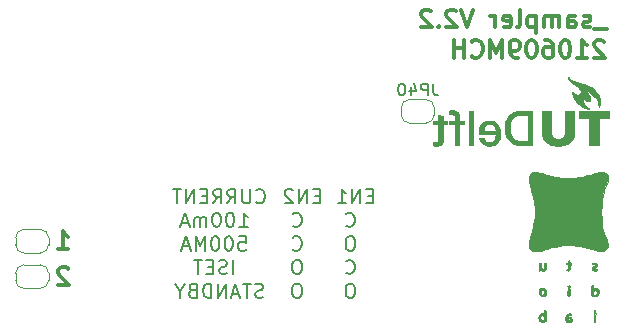
<source format=gbr>
G04 #@! TF.GenerationSoftware,KiCad,Pcbnew,(5.1.9-0-10_14)*
G04 #@! TF.CreationDate,2021-06-09T16:44:05+02:00*
G04 #@! TF.ProjectId,foodSampler_v22,666f6f64-5361-46d7-906c-65725f763232,rev?*
G04 #@! TF.SameCoordinates,Original*
G04 #@! TF.FileFunction,Legend,Bot*
G04 #@! TF.FilePolarity,Positive*
%FSLAX46Y46*%
G04 Gerber Fmt 4.6, Leading zero omitted, Abs format (unit mm)*
G04 Created by KiCad (PCBNEW (5.1.9-0-10_14)) date 2021-06-09 16:44:05*
%MOMM*%
%LPD*%
G01*
G04 APERTURE LIST*
%ADD10C,0.200000*%
%ADD11C,0.300000*%
%ADD12C,0.150000*%
%ADD13C,0.010000*%
%ADD14C,0.120000*%
G04 APERTURE END LIST*
D10*
X66585714Y-135178571D02*
X66642857Y-135235714D01*
X66814285Y-135292857D01*
X66928571Y-135292857D01*
X67100000Y-135235714D01*
X67214285Y-135121428D01*
X67271428Y-135007142D01*
X67328571Y-134778571D01*
X67328571Y-134607142D01*
X67271428Y-134378571D01*
X67214285Y-134264285D01*
X67100000Y-134150000D01*
X66928571Y-134092857D01*
X66814285Y-134092857D01*
X66642857Y-134150000D01*
X66585714Y-134207142D01*
X66071428Y-134092857D02*
X66071428Y-135064285D01*
X66014285Y-135178571D01*
X65957142Y-135235714D01*
X65842857Y-135292857D01*
X65614285Y-135292857D01*
X65500000Y-135235714D01*
X65442857Y-135178571D01*
X65385714Y-135064285D01*
X65385714Y-134092857D01*
X64128571Y-135292857D02*
X64528571Y-134721428D01*
X64814285Y-135292857D02*
X64814285Y-134092857D01*
X64357142Y-134092857D01*
X64242857Y-134150000D01*
X64185714Y-134207142D01*
X64128571Y-134321428D01*
X64128571Y-134492857D01*
X64185714Y-134607142D01*
X64242857Y-134664285D01*
X64357142Y-134721428D01*
X64814285Y-134721428D01*
X62928571Y-135292857D02*
X63328571Y-134721428D01*
X63614285Y-135292857D02*
X63614285Y-134092857D01*
X63157142Y-134092857D01*
X63042857Y-134150000D01*
X62985714Y-134207142D01*
X62928571Y-134321428D01*
X62928571Y-134492857D01*
X62985714Y-134607142D01*
X63042857Y-134664285D01*
X63157142Y-134721428D01*
X63614285Y-134721428D01*
X62414285Y-134664285D02*
X62014285Y-134664285D01*
X61842857Y-135292857D02*
X62414285Y-135292857D01*
X62414285Y-134092857D01*
X61842857Y-134092857D01*
X61328571Y-135292857D02*
X61328571Y-134092857D01*
X60642857Y-135292857D01*
X60642857Y-134092857D01*
X60242857Y-134092857D02*
X59557142Y-134092857D01*
X59900000Y-135292857D02*
X59900000Y-134092857D01*
X65157142Y-137292857D02*
X65842857Y-137292857D01*
X65500000Y-137292857D02*
X65500000Y-136092857D01*
X65614285Y-136264285D01*
X65728571Y-136378571D01*
X65842857Y-136435714D01*
X64414285Y-136092857D02*
X64300000Y-136092857D01*
X64185714Y-136150000D01*
X64128571Y-136207142D01*
X64071428Y-136321428D01*
X64014285Y-136550000D01*
X64014285Y-136835714D01*
X64071428Y-137064285D01*
X64128571Y-137178571D01*
X64185714Y-137235714D01*
X64300000Y-137292857D01*
X64414285Y-137292857D01*
X64528571Y-137235714D01*
X64585714Y-137178571D01*
X64642857Y-137064285D01*
X64700000Y-136835714D01*
X64700000Y-136550000D01*
X64642857Y-136321428D01*
X64585714Y-136207142D01*
X64528571Y-136150000D01*
X64414285Y-136092857D01*
X63271428Y-136092857D02*
X63157142Y-136092857D01*
X63042857Y-136150000D01*
X62985714Y-136207142D01*
X62928571Y-136321428D01*
X62871428Y-136550000D01*
X62871428Y-136835714D01*
X62928571Y-137064285D01*
X62985714Y-137178571D01*
X63042857Y-137235714D01*
X63157142Y-137292857D01*
X63271428Y-137292857D01*
X63385714Y-137235714D01*
X63442857Y-137178571D01*
X63500000Y-137064285D01*
X63557142Y-136835714D01*
X63557142Y-136550000D01*
X63500000Y-136321428D01*
X63442857Y-136207142D01*
X63385714Y-136150000D01*
X63271428Y-136092857D01*
X62357142Y-137292857D02*
X62357142Y-136492857D01*
X62357142Y-136607142D02*
X62300000Y-136550000D01*
X62185714Y-136492857D01*
X62014285Y-136492857D01*
X61900000Y-136550000D01*
X61842857Y-136664285D01*
X61842857Y-137292857D01*
X61842857Y-136664285D02*
X61785714Y-136550000D01*
X61671428Y-136492857D01*
X61500000Y-136492857D01*
X61385714Y-136550000D01*
X61328571Y-136664285D01*
X61328571Y-137292857D01*
X60814285Y-136950000D02*
X60242857Y-136950000D01*
X60928571Y-137292857D02*
X60528571Y-136092857D01*
X60128571Y-137292857D01*
X65100000Y-138092857D02*
X65671428Y-138092857D01*
X65728571Y-138664285D01*
X65671428Y-138607142D01*
X65557142Y-138550000D01*
X65271428Y-138550000D01*
X65157142Y-138607142D01*
X65100000Y-138664285D01*
X65042857Y-138778571D01*
X65042857Y-139064285D01*
X65100000Y-139178571D01*
X65157142Y-139235714D01*
X65271428Y-139292857D01*
X65557142Y-139292857D01*
X65671428Y-139235714D01*
X65728571Y-139178571D01*
X64300000Y-138092857D02*
X64185714Y-138092857D01*
X64071428Y-138150000D01*
X64014285Y-138207142D01*
X63957142Y-138321428D01*
X63900000Y-138550000D01*
X63900000Y-138835714D01*
X63957142Y-139064285D01*
X64014285Y-139178571D01*
X64071428Y-139235714D01*
X64185714Y-139292857D01*
X64300000Y-139292857D01*
X64414285Y-139235714D01*
X64471428Y-139178571D01*
X64528571Y-139064285D01*
X64585714Y-138835714D01*
X64585714Y-138550000D01*
X64528571Y-138321428D01*
X64471428Y-138207142D01*
X64414285Y-138150000D01*
X64300000Y-138092857D01*
X63157142Y-138092857D02*
X63042857Y-138092857D01*
X62928571Y-138150000D01*
X62871428Y-138207142D01*
X62814285Y-138321428D01*
X62757142Y-138550000D01*
X62757142Y-138835714D01*
X62814285Y-139064285D01*
X62871428Y-139178571D01*
X62928571Y-139235714D01*
X63042857Y-139292857D01*
X63157142Y-139292857D01*
X63271428Y-139235714D01*
X63328571Y-139178571D01*
X63385714Y-139064285D01*
X63442857Y-138835714D01*
X63442857Y-138550000D01*
X63385714Y-138321428D01*
X63328571Y-138207142D01*
X63271428Y-138150000D01*
X63157142Y-138092857D01*
X62242857Y-139292857D02*
X62242857Y-138092857D01*
X61842857Y-138950000D01*
X61442857Y-138092857D01*
X61442857Y-139292857D01*
X60928571Y-138950000D02*
X60357142Y-138950000D01*
X61042857Y-139292857D02*
X60642857Y-138092857D01*
X60242857Y-139292857D01*
X64614285Y-141292857D02*
X64614285Y-140092857D01*
X64100000Y-141235714D02*
X63928571Y-141292857D01*
X63642857Y-141292857D01*
X63528571Y-141235714D01*
X63471428Y-141178571D01*
X63414285Y-141064285D01*
X63414285Y-140950000D01*
X63471428Y-140835714D01*
X63528571Y-140778571D01*
X63642857Y-140721428D01*
X63871428Y-140664285D01*
X63985714Y-140607142D01*
X64042857Y-140550000D01*
X64100000Y-140435714D01*
X64100000Y-140321428D01*
X64042857Y-140207142D01*
X63985714Y-140150000D01*
X63871428Y-140092857D01*
X63585714Y-140092857D01*
X63414285Y-140150000D01*
X62900000Y-140664285D02*
X62500000Y-140664285D01*
X62328571Y-141292857D02*
X62900000Y-141292857D01*
X62900000Y-140092857D01*
X62328571Y-140092857D01*
X61985714Y-140092857D02*
X61300000Y-140092857D01*
X61642857Y-141292857D02*
X61642857Y-140092857D01*
X67157142Y-143235714D02*
X66985714Y-143292857D01*
X66700000Y-143292857D01*
X66585714Y-143235714D01*
X66528571Y-143178571D01*
X66471428Y-143064285D01*
X66471428Y-142950000D01*
X66528571Y-142835714D01*
X66585714Y-142778571D01*
X66700000Y-142721428D01*
X66928571Y-142664285D01*
X67042857Y-142607142D01*
X67100000Y-142550000D01*
X67157142Y-142435714D01*
X67157142Y-142321428D01*
X67100000Y-142207142D01*
X67042857Y-142150000D01*
X66928571Y-142092857D01*
X66642857Y-142092857D01*
X66471428Y-142150000D01*
X66128571Y-142092857D02*
X65442857Y-142092857D01*
X65785714Y-143292857D02*
X65785714Y-142092857D01*
X65100000Y-142950000D02*
X64528571Y-142950000D01*
X65214285Y-143292857D02*
X64814285Y-142092857D01*
X64414285Y-143292857D01*
X64014285Y-143292857D02*
X64014285Y-142092857D01*
X63328571Y-143292857D01*
X63328571Y-142092857D01*
X62757142Y-143292857D02*
X62757142Y-142092857D01*
X62471428Y-142092857D01*
X62300000Y-142150000D01*
X62185714Y-142264285D01*
X62128571Y-142378571D01*
X62071428Y-142607142D01*
X62071428Y-142778571D01*
X62128571Y-143007142D01*
X62185714Y-143121428D01*
X62300000Y-143235714D01*
X62471428Y-143292857D01*
X62757142Y-143292857D01*
X61157142Y-142664285D02*
X60985714Y-142721428D01*
X60928571Y-142778571D01*
X60871428Y-142892857D01*
X60871428Y-143064285D01*
X60928571Y-143178571D01*
X60985714Y-143235714D01*
X61100000Y-143292857D01*
X61557142Y-143292857D01*
X61557142Y-142092857D01*
X61157142Y-142092857D01*
X61042857Y-142150000D01*
X60985714Y-142207142D01*
X60928571Y-142321428D01*
X60928571Y-142435714D01*
X60985714Y-142550000D01*
X61042857Y-142607142D01*
X61157142Y-142664285D01*
X61557142Y-142664285D01*
X60128571Y-142721428D02*
X60128571Y-143292857D01*
X60528571Y-142092857D02*
X60128571Y-142721428D01*
X59728571Y-142092857D01*
X71957142Y-134664285D02*
X71557142Y-134664285D01*
X71385714Y-135292857D02*
X71957142Y-135292857D01*
X71957142Y-134092857D01*
X71385714Y-134092857D01*
X70871428Y-135292857D02*
X70871428Y-134092857D01*
X70185714Y-135292857D01*
X70185714Y-134092857D01*
X69671428Y-134207142D02*
X69614285Y-134150000D01*
X69500000Y-134092857D01*
X69214285Y-134092857D01*
X69100000Y-134150000D01*
X69042857Y-134207142D01*
X68985714Y-134321428D01*
X68985714Y-134435714D01*
X69042857Y-134607142D01*
X69728571Y-135292857D01*
X68985714Y-135292857D01*
X69671428Y-137178571D02*
X69728571Y-137235714D01*
X69900000Y-137292857D01*
X70014285Y-137292857D01*
X70185714Y-137235714D01*
X70300000Y-137121428D01*
X70357142Y-137007142D01*
X70414285Y-136778571D01*
X70414285Y-136607142D01*
X70357142Y-136378571D01*
X70300000Y-136264285D01*
X70185714Y-136150000D01*
X70014285Y-136092857D01*
X69900000Y-136092857D01*
X69728571Y-136150000D01*
X69671428Y-136207142D01*
X69671428Y-139178571D02*
X69728571Y-139235714D01*
X69900000Y-139292857D01*
X70014285Y-139292857D01*
X70185714Y-139235714D01*
X70300000Y-139121428D01*
X70357142Y-139007142D01*
X70414285Y-138778571D01*
X70414285Y-138607142D01*
X70357142Y-138378571D01*
X70300000Y-138264285D01*
X70185714Y-138150000D01*
X70014285Y-138092857D01*
X69900000Y-138092857D01*
X69728571Y-138150000D01*
X69671428Y-138207142D01*
X70157142Y-140092857D02*
X69928571Y-140092857D01*
X69814285Y-140150000D01*
X69700000Y-140264285D01*
X69642857Y-140492857D01*
X69642857Y-140892857D01*
X69700000Y-141121428D01*
X69814285Y-141235714D01*
X69928571Y-141292857D01*
X70157142Y-141292857D01*
X70271428Y-141235714D01*
X70385714Y-141121428D01*
X70442857Y-140892857D01*
X70442857Y-140492857D01*
X70385714Y-140264285D01*
X70271428Y-140150000D01*
X70157142Y-140092857D01*
X70157142Y-142092857D02*
X69928571Y-142092857D01*
X69814285Y-142150000D01*
X69700000Y-142264285D01*
X69642857Y-142492857D01*
X69642857Y-142892857D01*
X69700000Y-143121428D01*
X69814285Y-143235714D01*
X69928571Y-143292857D01*
X70157142Y-143292857D01*
X70271428Y-143235714D01*
X70385714Y-143121428D01*
X70442857Y-142892857D01*
X70442857Y-142492857D01*
X70385714Y-142264285D01*
X70271428Y-142150000D01*
X70157142Y-142092857D01*
X76457142Y-134664285D02*
X76057142Y-134664285D01*
X75885714Y-135292857D02*
X76457142Y-135292857D01*
X76457142Y-134092857D01*
X75885714Y-134092857D01*
X75371428Y-135292857D02*
X75371428Y-134092857D01*
X74685714Y-135292857D01*
X74685714Y-134092857D01*
X73485714Y-135292857D02*
X74171428Y-135292857D01*
X73828571Y-135292857D02*
X73828571Y-134092857D01*
X73942857Y-134264285D01*
X74057142Y-134378571D01*
X74171428Y-134435714D01*
X74171428Y-137178571D02*
X74228571Y-137235714D01*
X74400000Y-137292857D01*
X74514285Y-137292857D01*
X74685714Y-137235714D01*
X74800000Y-137121428D01*
X74857142Y-137007142D01*
X74914285Y-136778571D01*
X74914285Y-136607142D01*
X74857142Y-136378571D01*
X74800000Y-136264285D01*
X74685714Y-136150000D01*
X74514285Y-136092857D01*
X74400000Y-136092857D01*
X74228571Y-136150000D01*
X74171428Y-136207142D01*
X74657142Y-138092857D02*
X74428571Y-138092857D01*
X74314285Y-138150000D01*
X74200000Y-138264285D01*
X74142857Y-138492857D01*
X74142857Y-138892857D01*
X74200000Y-139121428D01*
X74314285Y-139235714D01*
X74428571Y-139292857D01*
X74657142Y-139292857D01*
X74771428Y-139235714D01*
X74885714Y-139121428D01*
X74942857Y-138892857D01*
X74942857Y-138492857D01*
X74885714Y-138264285D01*
X74771428Y-138150000D01*
X74657142Y-138092857D01*
X74171428Y-141178571D02*
X74228571Y-141235714D01*
X74400000Y-141292857D01*
X74514285Y-141292857D01*
X74685714Y-141235714D01*
X74800000Y-141121428D01*
X74857142Y-141007142D01*
X74914285Y-140778571D01*
X74914285Y-140607142D01*
X74857142Y-140378571D01*
X74800000Y-140264285D01*
X74685714Y-140150000D01*
X74514285Y-140092857D01*
X74400000Y-140092857D01*
X74228571Y-140150000D01*
X74171428Y-140207142D01*
X74657142Y-142092857D02*
X74428571Y-142092857D01*
X74314285Y-142150000D01*
X74200000Y-142264285D01*
X74142857Y-142492857D01*
X74142857Y-142892857D01*
X74200000Y-143121428D01*
X74314285Y-143235714D01*
X74428571Y-143292857D01*
X74657142Y-143292857D01*
X74771428Y-143235714D01*
X74885714Y-143121428D01*
X74942857Y-142892857D01*
X74942857Y-142492857D01*
X74885714Y-142264285D01*
X74771428Y-142150000D01*
X74657142Y-142092857D01*
D11*
X50678571Y-140821428D02*
X50607142Y-140750000D01*
X50464285Y-140678571D01*
X50107142Y-140678571D01*
X49964285Y-140750000D01*
X49892857Y-140821428D01*
X49821428Y-140964285D01*
X49821428Y-141107142D01*
X49892857Y-141321428D01*
X50750000Y-142178571D01*
X49821428Y-142178571D01*
X49821428Y-139178571D02*
X50678571Y-139178571D01*
X50250000Y-139178571D02*
X50250000Y-137678571D01*
X50392857Y-137892857D01*
X50535714Y-138035714D01*
X50678571Y-138107142D01*
D12*
G36*
X94500000Y-138000000D02*
G01*
X91000000Y-138000000D01*
X91000000Y-134000000D01*
X94500000Y-134000000D01*
X94500000Y-138000000D01*
G37*
X94500000Y-138000000D02*
X91000000Y-138000000D01*
X91000000Y-134000000D01*
X94500000Y-134000000D01*
X94500000Y-138000000D01*
D11*
X96305000Y-120546428D02*
X95162142Y-120546428D01*
X94876428Y-120332142D02*
X94733571Y-120403571D01*
X94447857Y-120403571D01*
X94305000Y-120332142D01*
X94233571Y-120189285D01*
X94233571Y-120117857D01*
X94305000Y-119975000D01*
X94447857Y-119903571D01*
X94662142Y-119903571D01*
X94805000Y-119832142D01*
X94876428Y-119689285D01*
X94876428Y-119617857D01*
X94805000Y-119475000D01*
X94662142Y-119403571D01*
X94447857Y-119403571D01*
X94305000Y-119475000D01*
X92947857Y-120403571D02*
X92947857Y-119617857D01*
X93019285Y-119475000D01*
X93162142Y-119403571D01*
X93447857Y-119403571D01*
X93590714Y-119475000D01*
X92947857Y-120332142D02*
X93090714Y-120403571D01*
X93447857Y-120403571D01*
X93590714Y-120332142D01*
X93662142Y-120189285D01*
X93662142Y-120046428D01*
X93590714Y-119903571D01*
X93447857Y-119832142D01*
X93090714Y-119832142D01*
X92947857Y-119760714D01*
X92233571Y-120403571D02*
X92233571Y-119403571D01*
X92233571Y-119546428D02*
X92162142Y-119475000D01*
X92019285Y-119403571D01*
X91805000Y-119403571D01*
X91662142Y-119475000D01*
X91590714Y-119617857D01*
X91590714Y-120403571D01*
X91590714Y-119617857D02*
X91519285Y-119475000D01*
X91376428Y-119403571D01*
X91162142Y-119403571D01*
X91019285Y-119475000D01*
X90947857Y-119617857D01*
X90947857Y-120403571D01*
X90233571Y-119403571D02*
X90233571Y-120903571D01*
X90233571Y-119475000D02*
X90090714Y-119403571D01*
X89805000Y-119403571D01*
X89662142Y-119475000D01*
X89590714Y-119546428D01*
X89519285Y-119689285D01*
X89519285Y-120117857D01*
X89590714Y-120260714D01*
X89662142Y-120332142D01*
X89805000Y-120403571D01*
X90090714Y-120403571D01*
X90233571Y-120332142D01*
X88662142Y-120403571D02*
X88805000Y-120332142D01*
X88876428Y-120189285D01*
X88876428Y-118903571D01*
X87519285Y-120332142D02*
X87662142Y-120403571D01*
X87947857Y-120403571D01*
X88090714Y-120332142D01*
X88162142Y-120189285D01*
X88162142Y-119617857D01*
X88090714Y-119475000D01*
X87947857Y-119403571D01*
X87662142Y-119403571D01*
X87519285Y-119475000D01*
X87447857Y-119617857D01*
X87447857Y-119760714D01*
X88162142Y-119903571D01*
X86805000Y-120403571D02*
X86805000Y-119403571D01*
X86805000Y-119689285D02*
X86733571Y-119546428D01*
X86662142Y-119475000D01*
X86519285Y-119403571D01*
X86376428Y-119403571D01*
X84947857Y-118903571D02*
X84447857Y-120403571D01*
X83947857Y-118903571D01*
X83519285Y-119046428D02*
X83447857Y-118975000D01*
X83305000Y-118903571D01*
X82947857Y-118903571D01*
X82805000Y-118975000D01*
X82733571Y-119046428D01*
X82662142Y-119189285D01*
X82662142Y-119332142D01*
X82733571Y-119546428D01*
X83590714Y-120403571D01*
X82662142Y-120403571D01*
X82019285Y-120260714D02*
X81947857Y-120332142D01*
X82019285Y-120403571D01*
X82090714Y-120332142D01*
X82019285Y-120260714D01*
X82019285Y-120403571D01*
X81376428Y-119046428D02*
X81305000Y-118975000D01*
X81162142Y-118903571D01*
X80805000Y-118903571D01*
X80662142Y-118975000D01*
X80590714Y-119046428D01*
X80519285Y-119189285D01*
X80519285Y-119332142D01*
X80590714Y-119546428D01*
X81447857Y-120403571D01*
X80519285Y-120403571D01*
X96019285Y-121596428D02*
X95947857Y-121525000D01*
X95805000Y-121453571D01*
X95447857Y-121453571D01*
X95305000Y-121525000D01*
X95233571Y-121596428D01*
X95162142Y-121739285D01*
X95162142Y-121882142D01*
X95233571Y-122096428D01*
X96090714Y-122953571D01*
X95162142Y-122953571D01*
X93733571Y-122953571D02*
X94590714Y-122953571D01*
X94162142Y-122953571D02*
X94162142Y-121453571D01*
X94305000Y-121667857D01*
X94447857Y-121810714D01*
X94590714Y-121882142D01*
X92804999Y-121453571D02*
X92662142Y-121453571D01*
X92519285Y-121525000D01*
X92447857Y-121596428D01*
X92376428Y-121739285D01*
X92305000Y-122025000D01*
X92305000Y-122382142D01*
X92376428Y-122667857D01*
X92447857Y-122810714D01*
X92519285Y-122882142D01*
X92662142Y-122953571D01*
X92804999Y-122953571D01*
X92947857Y-122882142D01*
X93019285Y-122810714D01*
X93090714Y-122667857D01*
X93162142Y-122382142D01*
X93162142Y-122025000D01*
X93090714Y-121739285D01*
X93019285Y-121596428D01*
X92947857Y-121525000D01*
X92804999Y-121453571D01*
X91019285Y-121453571D02*
X91304999Y-121453571D01*
X91447857Y-121525000D01*
X91519285Y-121596428D01*
X91662142Y-121810714D01*
X91733571Y-122096428D01*
X91733571Y-122667857D01*
X91662142Y-122810714D01*
X91590714Y-122882142D01*
X91447857Y-122953571D01*
X91162142Y-122953571D01*
X91019285Y-122882142D01*
X90947857Y-122810714D01*
X90876428Y-122667857D01*
X90876428Y-122310714D01*
X90947857Y-122167857D01*
X91019285Y-122096428D01*
X91162142Y-122025000D01*
X91447857Y-122025000D01*
X91590714Y-122096428D01*
X91662142Y-122167857D01*
X91733571Y-122310714D01*
X89947857Y-121453571D02*
X89804999Y-121453571D01*
X89662142Y-121525000D01*
X89590714Y-121596428D01*
X89519285Y-121739285D01*
X89447857Y-122025000D01*
X89447857Y-122382142D01*
X89519285Y-122667857D01*
X89590714Y-122810714D01*
X89662142Y-122882142D01*
X89804999Y-122953571D01*
X89947857Y-122953571D01*
X90090714Y-122882142D01*
X90162142Y-122810714D01*
X90233571Y-122667857D01*
X90304999Y-122382142D01*
X90304999Y-122025000D01*
X90233571Y-121739285D01*
X90162142Y-121596428D01*
X90090714Y-121525000D01*
X89947857Y-121453571D01*
X88733571Y-122953571D02*
X88447857Y-122953571D01*
X88304999Y-122882142D01*
X88233571Y-122810714D01*
X88090714Y-122596428D01*
X88019285Y-122310714D01*
X88019285Y-121739285D01*
X88090714Y-121596428D01*
X88162142Y-121525000D01*
X88304999Y-121453571D01*
X88590714Y-121453571D01*
X88733571Y-121525000D01*
X88804999Y-121596428D01*
X88876428Y-121739285D01*
X88876428Y-122096428D01*
X88804999Y-122239285D01*
X88733571Y-122310714D01*
X88590714Y-122382142D01*
X88304999Y-122382142D01*
X88162142Y-122310714D01*
X88090714Y-122239285D01*
X88019285Y-122096428D01*
X87376428Y-122953571D02*
X87376428Y-121453571D01*
X86876428Y-122525000D01*
X86376428Y-121453571D01*
X86376428Y-122953571D01*
X84804999Y-122810714D02*
X84876428Y-122882142D01*
X85090714Y-122953571D01*
X85233571Y-122953571D01*
X85447857Y-122882142D01*
X85590714Y-122739285D01*
X85662142Y-122596428D01*
X85733571Y-122310714D01*
X85733571Y-122096428D01*
X85662142Y-121810714D01*
X85590714Y-121667857D01*
X85447857Y-121525000D01*
X85233571Y-121453571D01*
X85090714Y-121453571D01*
X84876428Y-121525000D01*
X84804999Y-121596428D01*
X84162142Y-122953571D02*
X84162142Y-121453571D01*
X84162142Y-122167857D02*
X83305000Y-122167857D01*
X83305000Y-122953571D02*
X83305000Y-121453571D01*
D13*
G36*
X92974666Y-124596269D02*
G01*
X92964516Y-124614913D01*
X92961090Y-124640407D01*
X92962106Y-124653084D01*
X92975767Y-124713325D01*
X92999431Y-124770826D01*
X93034105Y-124827339D01*
X93080794Y-124884615D01*
X93116133Y-124921195D01*
X93141056Y-124945099D01*
X93166776Y-124968501D01*
X93194614Y-124992424D01*
X93225891Y-125017891D01*
X93261928Y-125045923D01*
X93304047Y-125077544D01*
X93353568Y-125113777D01*
X93411812Y-125155645D01*
X93480101Y-125204170D01*
X93497846Y-125216718D01*
X93584508Y-125278555D01*
X93660126Y-125333886D01*
X93725700Y-125383559D01*
X93782227Y-125428423D01*
X93830708Y-125469327D01*
X93872142Y-125507119D01*
X93907526Y-125542648D01*
X93937860Y-125576764D01*
X93964143Y-125610314D01*
X93969048Y-125617096D01*
X94000644Y-125665324D01*
X94022442Y-125708845D01*
X94035928Y-125751429D01*
X94042585Y-125796846D01*
X94043149Y-125805203D01*
X94041737Y-125873235D01*
X94029495Y-125932923D01*
X94006875Y-125983747D01*
X93974329Y-126025187D01*
X93932311Y-126056722D01*
X93881273Y-126077834D01*
X93821668Y-126088002D01*
X93796127Y-126088889D01*
X93722244Y-126082105D01*
X93645669Y-126061983D01*
X93567154Y-126028868D01*
X93487456Y-125983106D01*
X93407327Y-125925042D01*
X93369968Y-125893806D01*
X93338598Y-125868177D01*
X93314609Y-125852770D01*
X93297835Y-125847932D01*
X93288109Y-125854006D01*
X93285265Y-125871340D01*
X93289138Y-125900278D01*
X93299560Y-125941164D01*
X93316367Y-125994346D01*
X93318508Y-126000695D01*
X93369954Y-126135021D01*
X93432570Y-126268621D01*
X93505193Y-126399986D01*
X93586662Y-126527607D01*
X93675817Y-126649972D01*
X93771495Y-126765574D01*
X93872535Y-126872902D01*
X93977777Y-126970447D01*
X94086060Y-127056699D01*
X94179412Y-127119876D01*
X94279505Y-127175553D01*
X94384054Y-127221482D01*
X94489756Y-127256345D01*
X94566084Y-127274114D01*
X94610925Y-127281614D01*
X94655259Y-127287254D01*
X94696297Y-127290837D01*
X94731249Y-127292168D01*
X94757327Y-127291052D01*
X94769681Y-127288370D01*
X94784044Y-127279162D01*
X94786344Y-127268244D01*
X94776217Y-127255243D01*
X94753298Y-127239787D01*
X94717225Y-127221505D01*
X94694242Y-127211231D01*
X94656905Y-127193111D01*
X94617952Y-127171028D01*
X94584015Y-127148805D01*
X94577025Y-127143625D01*
X94511085Y-127087184D01*
X94448600Y-127022321D01*
X94392170Y-126952230D01*
X94344393Y-126880103D01*
X94311525Y-126817386D01*
X94290571Y-126766083D01*
X94270108Y-126706640D01*
X94250894Y-126642157D01*
X94233687Y-126575735D01*
X94219243Y-126510474D01*
X94208319Y-126449474D01*
X94201673Y-126395838D01*
X94199945Y-126360419D01*
X94200306Y-126333334D01*
X94201884Y-126317448D01*
X94205422Y-126309858D01*
X94211660Y-126307660D01*
X94213439Y-126307611D01*
X94223405Y-126312522D01*
X94236633Y-126327984D01*
X94254004Y-126355095D01*
X94260244Y-126365820D01*
X94285077Y-126403167D01*
X94318120Y-126444251D01*
X94356282Y-126485884D01*
X94396470Y-126524883D01*
X94435592Y-126558060D01*
X94470010Y-126581911D01*
X94534574Y-126614495D01*
X94596242Y-126634810D01*
X94654201Y-126642738D01*
X94707636Y-126638159D01*
X94751745Y-126622974D01*
X94792646Y-126595402D01*
X94826740Y-126557648D01*
X94852753Y-126512511D01*
X94869410Y-126462791D01*
X94875435Y-126411287D01*
X94870107Y-126363071D01*
X94863440Y-126338223D01*
X94854911Y-126313667D01*
X94843561Y-126287606D01*
X94828429Y-126258246D01*
X94808554Y-126223790D01*
X94782977Y-126182443D01*
X94750735Y-126132410D01*
X94729030Y-126099349D01*
X94699700Y-126054098D01*
X94671083Y-126008511D01*
X94644755Y-125965208D01*
X94622294Y-125926811D01*
X94605277Y-125895940D01*
X94598525Y-125882518D01*
X94580763Y-125841556D01*
X94564809Y-125798319D01*
X94551754Y-125756371D01*
X94542689Y-125719277D01*
X94538705Y-125690601D01*
X94538612Y-125686770D01*
X94540468Y-125668748D01*
X94546371Y-125661137D01*
X94556820Y-125664316D01*
X94572317Y-125678664D01*
X94593362Y-125704561D01*
X94620455Y-125742388D01*
X94629665Y-125755866D01*
X94681496Y-125824957D01*
X94743426Y-125893852D01*
X94816522Y-125963613D01*
X94901850Y-126035304D01*
X94937250Y-126062927D01*
X94979845Y-126095566D01*
X95028421Y-126132800D01*
X95077775Y-126170639D01*
X95122708Y-126205098D01*
X95134688Y-126214287D01*
X95194036Y-126261938D01*
X95252033Y-126312495D01*
X95306538Y-126363861D01*
X95355408Y-126413937D01*
X95396499Y-126460626D01*
X95426452Y-126500034D01*
X95463391Y-126557849D01*
X95492645Y-126613102D01*
X95515050Y-126668641D01*
X95531443Y-126727309D01*
X95542659Y-126791953D01*
X95549535Y-126865418D01*
X95552361Y-126928500D01*
X95554582Y-126987234D01*
X95557571Y-127033068D01*
X95561542Y-127067205D01*
X95566710Y-127090845D01*
X95573290Y-127105190D01*
X95581497Y-127111441D01*
X95585198Y-127111945D01*
X95595467Y-127106276D01*
X95606240Y-127088947D01*
X95617678Y-127059469D01*
X95629945Y-127017356D01*
X95643206Y-126962120D01*
X95656226Y-126900278D01*
X95677766Y-126764365D01*
X95686602Y-126634267D01*
X95682619Y-126509417D01*
X95665700Y-126389252D01*
X95635727Y-126273203D01*
X95592585Y-126160707D01*
X95536156Y-126051198D01*
X95466324Y-125944108D01*
X95456074Y-125930090D01*
X95378140Y-125835070D01*
X95287072Y-125742398D01*
X95183739Y-125652696D01*
X95069013Y-125566582D01*
X94943764Y-125484678D01*
X94808861Y-125407603D01*
X94665177Y-125335978D01*
X94552723Y-125286438D01*
X94514527Y-125270916D01*
X94475878Y-125256131D01*
X94435285Y-125241627D01*
X94391260Y-125226952D01*
X94342312Y-125211653D01*
X94286952Y-125195274D01*
X94223690Y-125177364D01*
X94151038Y-125157468D01*
X94067505Y-125135133D01*
X93981223Y-125112423D01*
X93921414Y-125096600D01*
X93861481Y-125080437D01*
X93803967Y-125064642D01*
X93751416Y-125049924D01*
X93706370Y-125036989D01*
X93671374Y-125026548D01*
X93660195Y-125023047D01*
X93536359Y-124980049D01*
X93425024Y-124934127D01*
X93324747Y-124884531D01*
X93234087Y-124830512D01*
X93151601Y-124771319D01*
X93109862Y-124736862D01*
X93080953Y-124710680D01*
X93060236Y-124688490D01*
X93044360Y-124666171D01*
X93029972Y-124639599D01*
X93028723Y-124637036D01*
X93015015Y-124610459D01*
X93004596Y-124594946D01*
X92995783Y-124588354D01*
X92990094Y-124587841D01*
X92974666Y-124596269D01*
G37*
X92974666Y-124596269D02*
X92964516Y-124614913D01*
X92961090Y-124640407D01*
X92962106Y-124653084D01*
X92975767Y-124713325D01*
X92999431Y-124770826D01*
X93034105Y-124827339D01*
X93080794Y-124884615D01*
X93116133Y-124921195D01*
X93141056Y-124945099D01*
X93166776Y-124968501D01*
X93194614Y-124992424D01*
X93225891Y-125017891D01*
X93261928Y-125045923D01*
X93304047Y-125077544D01*
X93353568Y-125113777D01*
X93411812Y-125155645D01*
X93480101Y-125204170D01*
X93497846Y-125216718D01*
X93584508Y-125278555D01*
X93660126Y-125333886D01*
X93725700Y-125383559D01*
X93782227Y-125428423D01*
X93830708Y-125469327D01*
X93872142Y-125507119D01*
X93907526Y-125542648D01*
X93937860Y-125576764D01*
X93964143Y-125610314D01*
X93969048Y-125617096D01*
X94000644Y-125665324D01*
X94022442Y-125708845D01*
X94035928Y-125751429D01*
X94042585Y-125796846D01*
X94043149Y-125805203D01*
X94041737Y-125873235D01*
X94029495Y-125932923D01*
X94006875Y-125983747D01*
X93974329Y-126025187D01*
X93932311Y-126056722D01*
X93881273Y-126077834D01*
X93821668Y-126088002D01*
X93796127Y-126088889D01*
X93722244Y-126082105D01*
X93645669Y-126061983D01*
X93567154Y-126028868D01*
X93487456Y-125983106D01*
X93407327Y-125925042D01*
X93369968Y-125893806D01*
X93338598Y-125868177D01*
X93314609Y-125852770D01*
X93297835Y-125847932D01*
X93288109Y-125854006D01*
X93285265Y-125871340D01*
X93289138Y-125900278D01*
X93299560Y-125941164D01*
X93316367Y-125994346D01*
X93318508Y-126000695D01*
X93369954Y-126135021D01*
X93432570Y-126268621D01*
X93505193Y-126399986D01*
X93586662Y-126527607D01*
X93675817Y-126649972D01*
X93771495Y-126765574D01*
X93872535Y-126872902D01*
X93977777Y-126970447D01*
X94086060Y-127056699D01*
X94179412Y-127119876D01*
X94279505Y-127175553D01*
X94384054Y-127221482D01*
X94489756Y-127256345D01*
X94566084Y-127274114D01*
X94610925Y-127281614D01*
X94655259Y-127287254D01*
X94696297Y-127290837D01*
X94731249Y-127292168D01*
X94757327Y-127291052D01*
X94769681Y-127288370D01*
X94784044Y-127279162D01*
X94786344Y-127268244D01*
X94776217Y-127255243D01*
X94753298Y-127239787D01*
X94717225Y-127221505D01*
X94694242Y-127211231D01*
X94656905Y-127193111D01*
X94617952Y-127171028D01*
X94584015Y-127148805D01*
X94577025Y-127143625D01*
X94511085Y-127087184D01*
X94448600Y-127022321D01*
X94392170Y-126952230D01*
X94344393Y-126880103D01*
X94311525Y-126817386D01*
X94290571Y-126766083D01*
X94270108Y-126706640D01*
X94250894Y-126642157D01*
X94233687Y-126575735D01*
X94219243Y-126510474D01*
X94208319Y-126449474D01*
X94201673Y-126395838D01*
X94199945Y-126360419D01*
X94200306Y-126333334D01*
X94201884Y-126317448D01*
X94205422Y-126309858D01*
X94211660Y-126307660D01*
X94213439Y-126307611D01*
X94223405Y-126312522D01*
X94236633Y-126327984D01*
X94254004Y-126355095D01*
X94260244Y-126365820D01*
X94285077Y-126403167D01*
X94318120Y-126444251D01*
X94356282Y-126485884D01*
X94396470Y-126524883D01*
X94435592Y-126558060D01*
X94470010Y-126581911D01*
X94534574Y-126614495D01*
X94596242Y-126634810D01*
X94654201Y-126642738D01*
X94707636Y-126638159D01*
X94751745Y-126622974D01*
X94792646Y-126595402D01*
X94826740Y-126557648D01*
X94852753Y-126512511D01*
X94869410Y-126462791D01*
X94875435Y-126411287D01*
X94870107Y-126363071D01*
X94863440Y-126338223D01*
X94854911Y-126313667D01*
X94843561Y-126287606D01*
X94828429Y-126258246D01*
X94808554Y-126223790D01*
X94782977Y-126182443D01*
X94750735Y-126132410D01*
X94729030Y-126099349D01*
X94699700Y-126054098D01*
X94671083Y-126008511D01*
X94644755Y-125965208D01*
X94622294Y-125926811D01*
X94605277Y-125895940D01*
X94598525Y-125882518D01*
X94580763Y-125841556D01*
X94564809Y-125798319D01*
X94551754Y-125756371D01*
X94542689Y-125719277D01*
X94538705Y-125690601D01*
X94538612Y-125686770D01*
X94540468Y-125668748D01*
X94546371Y-125661137D01*
X94556820Y-125664316D01*
X94572317Y-125678664D01*
X94593362Y-125704561D01*
X94620455Y-125742388D01*
X94629665Y-125755866D01*
X94681496Y-125824957D01*
X94743426Y-125893852D01*
X94816522Y-125963613D01*
X94901850Y-126035304D01*
X94937250Y-126062927D01*
X94979845Y-126095566D01*
X95028421Y-126132800D01*
X95077775Y-126170639D01*
X95122708Y-126205098D01*
X95134688Y-126214287D01*
X95194036Y-126261938D01*
X95252033Y-126312495D01*
X95306538Y-126363861D01*
X95355408Y-126413937D01*
X95396499Y-126460626D01*
X95426452Y-126500034D01*
X95463391Y-126557849D01*
X95492645Y-126613102D01*
X95515050Y-126668641D01*
X95531443Y-126727309D01*
X95542659Y-126791953D01*
X95549535Y-126865418D01*
X95552361Y-126928500D01*
X95554582Y-126987234D01*
X95557571Y-127033068D01*
X95561542Y-127067205D01*
X95566710Y-127090845D01*
X95573290Y-127105190D01*
X95581497Y-127111441D01*
X95585198Y-127111945D01*
X95595467Y-127106276D01*
X95606240Y-127088947D01*
X95617678Y-127059469D01*
X95629945Y-127017356D01*
X95643206Y-126962120D01*
X95656226Y-126900278D01*
X95677766Y-126764365D01*
X95686602Y-126634267D01*
X95682619Y-126509417D01*
X95665700Y-126389252D01*
X95635727Y-126273203D01*
X95592585Y-126160707D01*
X95536156Y-126051198D01*
X95466324Y-125944108D01*
X95456074Y-125930090D01*
X95378140Y-125835070D01*
X95287072Y-125742398D01*
X95183739Y-125652696D01*
X95069013Y-125566582D01*
X94943764Y-125484678D01*
X94808861Y-125407603D01*
X94665177Y-125335978D01*
X94552723Y-125286438D01*
X94514527Y-125270916D01*
X94475878Y-125256131D01*
X94435285Y-125241627D01*
X94391260Y-125226952D01*
X94342312Y-125211653D01*
X94286952Y-125195274D01*
X94223690Y-125177364D01*
X94151038Y-125157468D01*
X94067505Y-125135133D01*
X93981223Y-125112423D01*
X93921414Y-125096600D01*
X93861481Y-125080437D01*
X93803967Y-125064642D01*
X93751416Y-125049924D01*
X93706370Y-125036989D01*
X93671374Y-125026548D01*
X93660195Y-125023047D01*
X93536359Y-124980049D01*
X93425024Y-124934127D01*
X93324747Y-124884531D01*
X93234087Y-124830512D01*
X93151601Y-124771319D01*
X93109862Y-124736862D01*
X93080953Y-124710680D01*
X93060236Y-124688490D01*
X93044360Y-124666171D01*
X93029972Y-124639599D01*
X93028723Y-124637036D01*
X93015015Y-124610459D01*
X93004596Y-124594946D01*
X92995783Y-124588354D01*
X92990094Y-124587841D01*
X92974666Y-124596269D01*
G36*
X83111080Y-127413479D02*
G01*
X83032337Y-127420240D01*
X82955857Y-127432086D01*
X82902237Y-127444211D01*
X82875778Y-127451155D01*
X82875778Y-127768618D01*
X82941042Y-127763073D01*
X82994725Y-127759712D01*
X83051026Y-127758278D01*
X83106263Y-127758711D01*
X83156753Y-127760949D01*
X83198815Y-127764931D01*
X83216041Y-127767653D01*
X83251335Y-127777189D01*
X83286085Y-127791165D01*
X83300635Y-127798893D01*
X83322211Y-127813409D01*
X83338206Y-127829279D01*
X83352580Y-127851034D01*
X83362539Y-127869708D01*
X83387306Y-127918332D01*
X83389535Y-128132499D01*
X83391765Y-128346667D01*
X82932223Y-128346667D01*
X82932223Y-128614778D01*
X83390778Y-128614778D01*
X83394362Y-130353972D01*
X83581809Y-130355849D01*
X83631888Y-130356174D01*
X83677282Y-130356132D01*
X83716097Y-130355752D01*
X83746436Y-130355063D01*
X83766403Y-130354093D01*
X83774073Y-130352909D01*
X83774681Y-130345379D01*
X83775267Y-130324597D01*
X83775826Y-130291421D01*
X83776353Y-130246709D01*
X83776844Y-130191321D01*
X83777293Y-130126115D01*
X83777697Y-130051949D01*
X83778050Y-129969683D01*
X83778347Y-129880175D01*
X83778585Y-129784283D01*
X83778757Y-129682866D01*
X83778860Y-129576783D01*
X83778889Y-129481435D01*
X83778889Y-128614778D01*
X84166945Y-128614778D01*
X84166945Y-128346667D01*
X83780531Y-128346667D01*
X83777129Y-128112070D01*
X83776151Y-128047734D01*
X83775193Y-127995648D01*
X83774121Y-127953950D01*
X83772804Y-127920779D01*
X83771109Y-127894274D01*
X83768904Y-127872573D01*
X83766056Y-127853816D01*
X83762433Y-127836141D01*
X83757904Y-127817687D01*
X83755568Y-127808760D01*
X83727441Y-127726822D01*
X83688791Y-127654169D01*
X83639551Y-127590746D01*
X83579656Y-127536492D01*
X83509040Y-127491351D01*
X83427638Y-127455264D01*
X83335385Y-127428174D01*
X83323021Y-127425403D01*
X83260207Y-127415892D01*
X83188298Y-127411974D01*
X83111080Y-127413479D01*
G37*
X83111080Y-127413479D02*
X83032337Y-127420240D01*
X82955857Y-127432086D01*
X82902237Y-127444211D01*
X82875778Y-127451155D01*
X82875778Y-127768618D01*
X82941042Y-127763073D01*
X82994725Y-127759712D01*
X83051026Y-127758278D01*
X83106263Y-127758711D01*
X83156753Y-127760949D01*
X83198815Y-127764931D01*
X83216041Y-127767653D01*
X83251335Y-127777189D01*
X83286085Y-127791165D01*
X83300635Y-127798893D01*
X83322211Y-127813409D01*
X83338206Y-127829279D01*
X83352580Y-127851034D01*
X83362539Y-127869708D01*
X83387306Y-127918332D01*
X83389535Y-128132499D01*
X83391765Y-128346667D01*
X82932223Y-128346667D01*
X82932223Y-128614778D01*
X83390778Y-128614778D01*
X83394362Y-130353972D01*
X83581809Y-130355849D01*
X83631888Y-130356174D01*
X83677282Y-130356132D01*
X83716097Y-130355752D01*
X83746436Y-130355063D01*
X83766403Y-130354093D01*
X83774073Y-130352909D01*
X83774681Y-130345379D01*
X83775267Y-130324597D01*
X83775826Y-130291421D01*
X83776353Y-130246709D01*
X83776844Y-130191321D01*
X83777293Y-130126115D01*
X83777697Y-130051949D01*
X83778050Y-129969683D01*
X83778347Y-129880175D01*
X83778585Y-129784283D01*
X83778757Y-129682866D01*
X83778860Y-129576783D01*
X83778889Y-129481435D01*
X83778889Y-128614778D01*
X84166945Y-128614778D01*
X84166945Y-128346667D01*
X83780531Y-128346667D01*
X83777129Y-128112070D01*
X83776151Y-128047734D01*
X83775193Y-127995648D01*
X83774121Y-127953950D01*
X83772804Y-127920779D01*
X83771109Y-127894274D01*
X83768904Y-127872573D01*
X83766056Y-127853816D01*
X83762433Y-127836141D01*
X83757904Y-127817687D01*
X83755568Y-127808760D01*
X83727441Y-127726822D01*
X83688791Y-127654169D01*
X83639551Y-127590746D01*
X83579656Y-127536492D01*
X83509040Y-127491351D01*
X83427638Y-127455264D01*
X83335385Y-127428174D01*
X83323021Y-127425403D01*
X83260207Y-127415892D01*
X83188298Y-127411974D01*
X83111080Y-127413479D01*
G36*
X84583223Y-130357500D02*
G01*
X84964223Y-130357500D01*
X84964223Y-127471778D01*
X84583223Y-127471778D01*
X84583223Y-130357500D01*
G37*
X84583223Y-130357500D02*
X84964223Y-130357500D01*
X84964223Y-127471778D01*
X84583223Y-127471778D01*
X84583223Y-130357500D01*
G36*
X89282670Y-127471877D02*
G01*
X89182070Y-127472170D01*
X89090244Y-127472647D01*
X89007933Y-127473300D01*
X88935874Y-127474120D01*
X88874808Y-127475098D01*
X88825472Y-127476225D01*
X88788607Y-127477493D01*
X88764951Y-127478894D01*
X88761597Y-127479218D01*
X88620678Y-127500541D01*
X88488124Y-127532932D01*
X88364110Y-127576279D01*
X88248809Y-127630471D01*
X88142395Y-127695395D01*
X88045041Y-127770939D01*
X87956920Y-127856991D01*
X87878206Y-127953439D01*
X87809072Y-128060172D01*
X87780127Y-128113486D01*
X87722634Y-128240600D01*
X87676086Y-128375128D01*
X87640525Y-128515528D01*
X87615991Y-128660255D01*
X87602527Y-128807765D01*
X87600174Y-128956516D01*
X87608975Y-129104963D01*
X87628971Y-129251562D01*
X87660204Y-129394770D01*
X87702716Y-129533044D01*
X87739183Y-129626016D01*
X87797508Y-129745328D01*
X87865293Y-129854171D01*
X87942482Y-129952500D01*
X88029021Y-130040268D01*
X88124856Y-130117428D01*
X88229931Y-130183935D01*
X88344193Y-130239742D01*
X88467585Y-130284802D01*
X88537252Y-130304460D01*
X88569602Y-130312630D01*
X88599370Y-130319825D01*
X88627660Y-130326111D01*
X88655573Y-130331555D01*
X88684213Y-130336225D01*
X88714680Y-130340187D01*
X88748077Y-130343510D01*
X88785507Y-130346259D01*
X88828072Y-130348502D01*
X88876873Y-130350307D01*
X88933014Y-130351740D01*
X88997596Y-130352869D01*
X89071721Y-130353761D01*
X89156493Y-130354482D01*
X89253012Y-130355101D01*
X89362382Y-130355684D01*
X89379237Y-130355769D01*
X89952500Y-130358645D01*
X89952500Y-130005600D01*
X89550334Y-130005600D01*
X89167570Y-130002810D01*
X89083652Y-130002171D01*
X89012553Y-130001546D01*
X88952982Y-130000881D01*
X88903646Y-130000128D01*
X88863254Y-129999235D01*
X88830514Y-129998151D01*
X88804134Y-129996825D01*
X88782823Y-129995206D01*
X88765288Y-129993244D01*
X88750238Y-129990888D01*
X88736381Y-129988087D01*
X88724834Y-129985380D01*
X88615524Y-129952757D01*
X88516423Y-129910605D01*
X88427039Y-129858591D01*
X88346880Y-129796386D01*
X88275453Y-129723658D01*
X88212654Y-129640657D01*
X88155726Y-129543784D01*
X88109186Y-129439561D01*
X88072884Y-129327415D01*
X88046672Y-129206770D01*
X88030401Y-129077053D01*
X88023923Y-128937688D01*
X88023786Y-128911111D01*
X88026310Y-128801362D01*
X88033966Y-128701871D01*
X88047184Y-128609590D01*
X88066397Y-128521471D01*
X88090742Y-128438389D01*
X88133120Y-128328921D01*
X88185075Y-128228914D01*
X88246179Y-128138802D01*
X88316002Y-128059017D01*
X88394117Y-127989992D01*
X88480094Y-127932160D01*
X88573507Y-127885953D01*
X88670603Y-127852707D01*
X88699673Y-127845079D01*
X88727647Y-127838625D01*
X88755991Y-127833251D01*
X88786172Y-127828860D01*
X88819658Y-127825356D01*
X88857913Y-127822642D01*
X88902406Y-127820622D01*
X88954603Y-127819200D01*
X89015970Y-127818280D01*
X89087974Y-127817765D01*
X89172081Y-127817559D01*
X89206375Y-127817542D01*
X89550334Y-127817500D01*
X89550334Y-130005600D01*
X89952500Y-130005600D01*
X89952500Y-127471778D01*
X89391306Y-127471778D01*
X89282670Y-127471877D01*
G37*
X89282670Y-127471877D02*
X89182070Y-127472170D01*
X89090244Y-127472647D01*
X89007933Y-127473300D01*
X88935874Y-127474120D01*
X88874808Y-127475098D01*
X88825472Y-127476225D01*
X88788607Y-127477493D01*
X88764951Y-127478894D01*
X88761597Y-127479218D01*
X88620678Y-127500541D01*
X88488124Y-127532932D01*
X88364110Y-127576279D01*
X88248809Y-127630471D01*
X88142395Y-127695395D01*
X88045041Y-127770939D01*
X87956920Y-127856991D01*
X87878206Y-127953439D01*
X87809072Y-128060172D01*
X87780127Y-128113486D01*
X87722634Y-128240600D01*
X87676086Y-128375128D01*
X87640525Y-128515528D01*
X87615991Y-128660255D01*
X87602527Y-128807765D01*
X87600174Y-128956516D01*
X87608975Y-129104963D01*
X87628971Y-129251562D01*
X87660204Y-129394770D01*
X87702716Y-129533044D01*
X87739183Y-129626016D01*
X87797508Y-129745328D01*
X87865293Y-129854171D01*
X87942482Y-129952500D01*
X88029021Y-130040268D01*
X88124856Y-130117428D01*
X88229931Y-130183935D01*
X88344193Y-130239742D01*
X88467585Y-130284802D01*
X88537252Y-130304460D01*
X88569602Y-130312630D01*
X88599370Y-130319825D01*
X88627660Y-130326111D01*
X88655573Y-130331555D01*
X88684213Y-130336225D01*
X88714680Y-130340187D01*
X88748077Y-130343510D01*
X88785507Y-130346259D01*
X88828072Y-130348502D01*
X88876873Y-130350307D01*
X88933014Y-130351740D01*
X88997596Y-130352869D01*
X89071721Y-130353761D01*
X89156493Y-130354482D01*
X89253012Y-130355101D01*
X89362382Y-130355684D01*
X89379237Y-130355769D01*
X89952500Y-130358645D01*
X89952500Y-130005600D01*
X89550334Y-130005600D01*
X89167570Y-130002810D01*
X89083652Y-130002171D01*
X89012553Y-130001546D01*
X88952982Y-130000881D01*
X88903646Y-130000128D01*
X88863254Y-129999235D01*
X88830514Y-129998151D01*
X88804134Y-129996825D01*
X88782823Y-129995206D01*
X88765288Y-129993244D01*
X88750238Y-129990888D01*
X88736381Y-129988087D01*
X88724834Y-129985380D01*
X88615524Y-129952757D01*
X88516423Y-129910605D01*
X88427039Y-129858591D01*
X88346880Y-129796386D01*
X88275453Y-129723658D01*
X88212654Y-129640657D01*
X88155726Y-129543784D01*
X88109186Y-129439561D01*
X88072884Y-129327415D01*
X88046672Y-129206770D01*
X88030401Y-129077053D01*
X88023923Y-128937688D01*
X88023786Y-128911111D01*
X88026310Y-128801362D01*
X88033966Y-128701871D01*
X88047184Y-128609590D01*
X88066397Y-128521471D01*
X88090742Y-128438389D01*
X88133120Y-128328921D01*
X88185075Y-128228914D01*
X88246179Y-128138802D01*
X88316002Y-128059017D01*
X88394117Y-127989992D01*
X88480094Y-127932160D01*
X88573507Y-127885953D01*
X88670603Y-127852707D01*
X88699673Y-127845079D01*
X88727647Y-127838625D01*
X88755991Y-127833251D01*
X88786172Y-127828860D01*
X88819658Y-127825356D01*
X88857913Y-127822642D01*
X88902406Y-127820622D01*
X88954603Y-127819200D01*
X89015970Y-127818280D01*
X89087974Y-127817765D01*
X89172081Y-127817559D01*
X89206375Y-127817542D01*
X89550334Y-127817500D01*
X89550334Y-130005600D01*
X89952500Y-130005600D01*
X89952500Y-127471778D01*
X89391306Y-127471778D01*
X89282670Y-127471877D01*
G36*
X93875389Y-128029167D02*
G01*
X94771445Y-128029167D01*
X94771445Y-130357500D01*
X95568723Y-130357500D01*
X95568723Y-128029167D01*
X96464778Y-128029167D01*
X96464778Y-127471778D01*
X93875389Y-127471778D01*
X93875389Y-128029167D01*
G37*
X93875389Y-128029167D02*
X94771445Y-128029167D01*
X94771445Y-130357500D01*
X95568723Y-130357500D01*
X95568723Y-128029167D01*
X96464778Y-128029167D01*
X96464778Y-127471778D01*
X93875389Y-127471778D01*
X93875389Y-128029167D01*
G36*
X81991066Y-127810191D02*
G01*
X81989936Y-127829581D01*
X81988931Y-127860038D01*
X81988083Y-127900038D01*
X81987422Y-127948061D01*
X81986979Y-128002582D01*
X81986785Y-128062080D01*
X81986778Y-128075028D01*
X81986778Y-128346667D01*
X81528167Y-128346667D01*
X81528167Y-128614778D01*
X81986778Y-128614778D01*
X81986709Y-129290347D01*
X81986640Y-129965917D01*
X81970188Y-130001246D01*
X81943809Y-130041848D01*
X81906491Y-130075897D01*
X81867560Y-130098118D01*
X81836659Y-130107413D01*
X81795293Y-130113508D01*
X81746744Y-130116396D01*
X81694293Y-130116069D01*
X81641221Y-130112518D01*
X81590808Y-130105735D01*
X81558153Y-130098884D01*
X81542278Y-130094915D01*
X81542278Y-130243846D01*
X81542517Y-130287973D01*
X81543184Y-130326912D01*
X81544206Y-130358607D01*
X81545510Y-130381000D01*
X81547024Y-130392035D01*
X81547570Y-130392834D01*
X81556261Y-130393684D01*
X81576023Y-130395957D01*
X81603926Y-130399308D01*
X81637042Y-130403390D01*
X81637260Y-130403418D01*
X81693837Y-130408702D01*
X81758303Y-130411815D01*
X81825628Y-130412720D01*
X81890781Y-130411375D01*
X81948730Y-130407740D01*
X81965612Y-130406009D01*
X82045336Y-130392776D01*
X82118123Y-130372592D01*
X82182254Y-130346134D01*
X82236013Y-130314081D01*
X82269202Y-130286071D01*
X82300461Y-130249654D01*
X82325301Y-130208253D01*
X82345629Y-130158327D01*
X82355635Y-130125754D01*
X82358076Y-130116841D01*
X82360243Y-130107945D01*
X82362156Y-130098205D01*
X82363833Y-130086759D01*
X82365295Y-130072744D01*
X82366559Y-130055299D01*
X82367647Y-130033561D01*
X82368576Y-130006668D01*
X82369367Y-129973758D01*
X82370038Y-129933968D01*
X82370610Y-129886437D01*
X82371101Y-129830302D01*
X82371530Y-129764702D01*
X82371917Y-129688773D01*
X82372282Y-129601655D01*
X82372643Y-129502484D01*
X82373021Y-129390398D01*
X82373175Y-129343264D01*
X82375561Y-128614778D01*
X82713500Y-128614778D01*
X82713500Y-128346667D01*
X82375041Y-128346667D01*
X82373173Y-128133610D01*
X82371306Y-127920554D01*
X82184555Y-127861972D01*
X82135653Y-127846691D01*
X82091138Y-127832897D01*
X82052789Y-127821130D01*
X82022383Y-127811932D01*
X82001698Y-127805845D01*
X81992511Y-127803411D01*
X81992291Y-127803389D01*
X81991066Y-127810191D01*
G37*
X81991066Y-127810191D02*
X81989936Y-127829581D01*
X81988931Y-127860038D01*
X81988083Y-127900038D01*
X81987422Y-127948061D01*
X81986979Y-128002582D01*
X81986785Y-128062080D01*
X81986778Y-128075028D01*
X81986778Y-128346667D01*
X81528167Y-128346667D01*
X81528167Y-128614778D01*
X81986778Y-128614778D01*
X81986709Y-129290347D01*
X81986640Y-129965917D01*
X81970188Y-130001246D01*
X81943809Y-130041848D01*
X81906491Y-130075897D01*
X81867560Y-130098118D01*
X81836659Y-130107413D01*
X81795293Y-130113508D01*
X81746744Y-130116396D01*
X81694293Y-130116069D01*
X81641221Y-130112518D01*
X81590808Y-130105735D01*
X81558153Y-130098884D01*
X81542278Y-130094915D01*
X81542278Y-130243846D01*
X81542517Y-130287973D01*
X81543184Y-130326912D01*
X81544206Y-130358607D01*
X81545510Y-130381000D01*
X81547024Y-130392035D01*
X81547570Y-130392834D01*
X81556261Y-130393684D01*
X81576023Y-130395957D01*
X81603926Y-130399308D01*
X81637042Y-130403390D01*
X81637260Y-130403418D01*
X81693837Y-130408702D01*
X81758303Y-130411815D01*
X81825628Y-130412720D01*
X81890781Y-130411375D01*
X81948730Y-130407740D01*
X81965612Y-130406009D01*
X82045336Y-130392776D01*
X82118123Y-130372592D01*
X82182254Y-130346134D01*
X82236013Y-130314081D01*
X82269202Y-130286071D01*
X82300461Y-130249654D01*
X82325301Y-130208253D01*
X82345629Y-130158327D01*
X82355635Y-130125754D01*
X82358076Y-130116841D01*
X82360243Y-130107945D01*
X82362156Y-130098205D01*
X82363833Y-130086759D01*
X82365295Y-130072744D01*
X82366559Y-130055299D01*
X82367647Y-130033561D01*
X82368576Y-130006668D01*
X82369367Y-129973758D01*
X82370038Y-129933968D01*
X82370610Y-129886437D01*
X82371101Y-129830302D01*
X82371530Y-129764702D01*
X82371917Y-129688773D01*
X82372282Y-129601655D01*
X82372643Y-129502484D01*
X82373021Y-129390398D01*
X82373175Y-129343264D01*
X82375561Y-128614778D01*
X82713500Y-128614778D01*
X82713500Y-128346667D01*
X82375041Y-128346667D01*
X82373173Y-128133610D01*
X82371306Y-127920554D01*
X82184555Y-127861972D01*
X82135653Y-127846691D01*
X82091138Y-127832897D01*
X82052789Y-127821130D01*
X82022383Y-127811932D01*
X82001698Y-127805845D01*
X81992511Y-127803411D01*
X81992291Y-127803389D01*
X81991066Y-127810191D01*
G36*
X86269624Y-128291774D02*
G01*
X86212183Y-128293826D01*
X86159329Y-128297451D01*
X86114552Y-128302589D01*
X86089584Y-128307120D01*
X85989166Y-128334680D01*
X85899084Y-128370051D01*
X85817266Y-128414315D01*
X85741645Y-128468556D01*
X85685703Y-128518416D01*
X85616739Y-128595051D01*
X85557820Y-128681402D01*
X85508897Y-128777564D01*
X85469921Y-128883636D01*
X85440844Y-128999713D01*
X85439536Y-129006361D01*
X85434758Y-129040119D01*
X85430801Y-129087912D01*
X85427664Y-129149757D01*
X85425345Y-129225669D01*
X85424941Y-129244486D01*
X85421296Y-129426167D01*
X86848056Y-129426167D01*
X86848032Y-129445570D01*
X86847391Y-129460303D01*
X86845673Y-129485363D01*
X86843151Y-129517028D01*
X86840605Y-129546111D01*
X86825961Y-129655551D01*
X86803041Y-129754159D01*
X86771939Y-129841791D01*
X86732751Y-129918301D01*
X86685569Y-129983544D01*
X86630489Y-130037375D01*
X86567603Y-130079648D01*
X86497008Y-130110217D01*
X86469870Y-130118290D01*
X86425400Y-130126749D01*
X86371706Y-130131787D01*
X86313264Y-130133354D01*
X86254552Y-130131403D01*
X86200046Y-130125886D01*
X86174250Y-130121471D01*
X86100671Y-130100310D01*
X86036274Y-130068484D01*
X85981014Y-130025946D01*
X85934843Y-129972646D01*
X85897715Y-129908538D01*
X85869584Y-129833572D01*
X85860001Y-129796951D01*
X85844428Y-129729556D01*
X85443361Y-129729556D01*
X85447905Y-129756014D01*
X85472443Y-129862424D01*
X85507893Y-129959940D01*
X85554097Y-130048421D01*
X85610899Y-130127726D01*
X85678143Y-130197714D01*
X85755673Y-130258245D01*
X85843331Y-130309179D01*
X85940961Y-130350375D01*
X86048408Y-130381692D01*
X86165514Y-130402990D01*
X86168335Y-130403363D01*
X86208976Y-130407434D01*
X86258027Y-130410415D01*
X86311199Y-130412222D01*
X86364201Y-130412771D01*
X86412743Y-130411979D01*
X86452534Y-130409762D01*
X86460000Y-130409042D01*
X86562085Y-130392527D01*
X86661002Y-130365621D01*
X86753991Y-130329269D01*
X86838291Y-130284417D01*
X86855100Y-130273698D01*
X86887721Y-130249539D01*
X86924999Y-130217704D01*
X86963117Y-130181798D01*
X86998256Y-130145427D01*
X87026597Y-130112196D01*
X87027864Y-130110556D01*
X87086090Y-130023280D01*
X87134775Y-129925675D01*
X87173889Y-129817829D01*
X87203407Y-129699833D01*
X87223300Y-129571778D01*
X87233541Y-129433754D01*
X87233561Y-129433222D01*
X87233445Y-129297742D01*
X87222916Y-129168140D01*
X87221225Y-129158056D01*
X86839267Y-129158056D01*
X85825000Y-129158056D01*
X85825140Y-129113959D01*
X85831950Y-129019228D01*
X85851287Y-128926073D01*
X85882406Y-128837744D01*
X85894093Y-128812334D01*
X85933477Y-128745909D01*
X85981688Y-128689439D01*
X86037747Y-128643941D01*
X86079000Y-128620205D01*
X86150056Y-128592127D01*
X86226307Y-128574273D01*
X86304867Y-128566726D01*
X86382855Y-128569571D01*
X86457385Y-128582892D01*
X86525573Y-128606773D01*
X86526401Y-128607151D01*
X86597138Y-128647164D01*
X86659385Y-128698213D01*
X86712891Y-128759875D01*
X86757401Y-128831730D01*
X86792664Y-128913354D01*
X86818426Y-129004327D01*
X86834434Y-129104226D01*
X86836384Y-129124542D01*
X86839267Y-129158056D01*
X87221225Y-129158056D01*
X87202266Y-129045041D01*
X87171789Y-128929068D01*
X87131779Y-128820845D01*
X87082530Y-128720996D01*
X87024334Y-128630144D01*
X86957486Y-128548914D01*
X86882279Y-128477929D01*
X86799008Y-128417813D01*
X86739825Y-128384419D01*
X86685242Y-128360080D01*
X86621928Y-128337283D01*
X86555262Y-128317735D01*
X86490621Y-128303145D01*
X86475503Y-128300488D01*
X86434593Y-128295651D01*
X86384318Y-128292626D01*
X86328165Y-128291354D01*
X86269624Y-128291774D01*
G37*
X86269624Y-128291774D02*
X86212183Y-128293826D01*
X86159329Y-128297451D01*
X86114552Y-128302589D01*
X86089584Y-128307120D01*
X85989166Y-128334680D01*
X85899084Y-128370051D01*
X85817266Y-128414315D01*
X85741645Y-128468556D01*
X85685703Y-128518416D01*
X85616739Y-128595051D01*
X85557820Y-128681402D01*
X85508897Y-128777564D01*
X85469921Y-128883636D01*
X85440844Y-128999713D01*
X85439536Y-129006361D01*
X85434758Y-129040119D01*
X85430801Y-129087912D01*
X85427664Y-129149757D01*
X85425345Y-129225669D01*
X85424941Y-129244486D01*
X85421296Y-129426167D01*
X86848056Y-129426167D01*
X86848032Y-129445570D01*
X86847391Y-129460303D01*
X86845673Y-129485363D01*
X86843151Y-129517028D01*
X86840605Y-129546111D01*
X86825961Y-129655551D01*
X86803041Y-129754159D01*
X86771939Y-129841791D01*
X86732751Y-129918301D01*
X86685569Y-129983544D01*
X86630489Y-130037375D01*
X86567603Y-130079648D01*
X86497008Y-130110217D01*
X86469870Y-130118290D01*
X86425400Y-130126749D01*
X86371706Y-130131787D01*
X86313264Y-130133354D01*
X86254552Y-130131403D01*
X86200046Y-130125886D01*
X86174250Y-130121471D01*
X86100671Y-130100310D01*
X86036274Y-130068484D01*
X85981014Y-130025946D01*
X85934843Y-129972646D01*
X85897715Y-129908538D01*
X85869584Y-129833572D01*
X85860001Y-129796951D01*
X85844428Y-129729556D01*
X85443361Y-129729556D01*
X85447905Y-129756014D01*
X85472443Y-129862424D01*
X85507893Y-129959940D01*
X85554097Y-130048421D01*
X85610899Y-130127726D01*
X85678143Y-130197714D01*
X85755673Y-130258245D01*
X85843331Y-130309179D01*
X85940961Y-130350375D01*
X86048408Y-130381692D01*
X86165514Y-130402990D01*
X86168335Y-130403363D01*
X86208976Y-130407434D01*
X86258027Y-130410415D01*
X86311199Y-130412222D01*
X86364201Y-130412771D01*
X86412743Y-130411979D01*
X86452534Y-130409762D01*
X86460000Y-130409042D01*
X86562085Y-130392527D01*
X86661002Y-130365621D01*
X86753991Y-130329269D01*
X86838291Y-130284417D01*
X86855100Y-130273698D01*
X86887721Y-130249539D01*
X86924999Y-130217704D01*
X86963117Y-130181798D01*
X86998256Y-130145427D01*
X87026597Y-130112196D01*
X87027864Y-130110556D01*
X87086090Y-130023280D01*
X87134775Y-129925675D01*
X87173889Y-129817829D01*
X87203407Y-129699833D01*
X87223300Y-129571778D01*
X87233541Y-129433754D01*
X87233561Y-129433222D01*
X87233445Y-129297742D01*
X87222916Y-129168140D01*
X87221225Y-129158056D01*
X86839267Y-129158056D01*
X85825000Y-129158056D01*
X85825140Y-129113959D01*
X85831950Y-129019228D01*
X85851287Y-128926073D01*
X85882406Y-128837744D01*
X85894093Y-128812334D01*
X85933477Y-128745909D01*
X85981688Y-128689439D01*
X86037747Y-128643941D01*
X86079000Y-128620205D01*
X86150056Y-128592127D01*
X86226307Y-128574273D01*
X86304867Y-128566726D01*
X86382855Y-128569571D01*
X86457385Y-128582892D01*
X86525573Y-128606773D01*
X86526401Y-128607151D01*
X86597138Y-128647164D01*
X86659385Y-128698213D01*
X86712891Y-128759875D01*
X86757401Y-128831730D01*
X86792664Y-128913354D01*
X86818426Y-129004327D01*
X86834434Y-129104226D01*
X86836384Y-129124542D01*
X86839267Y-129158056D01*
X87221225Y-129158056D01*
X87202266Y-129045041D01*
X87171789Y-128929068D01*
X87131779Y-128820845D01*
X87082530Y-128720996D01*
X87024334Y-128630144D01*
X86957486Y-128548914D01*
X86882279Y-128477929D01*
X86799008Y-128417813D01*
X86739825Y-128384419D01*
X86685242Y-128360080D01*
X86621928Y-128337283D01*
X86555262Y-128317735D01*
X86490621Y-128303145D01*
X86475503Y-128300488D01*
X86434593Y-128295651D01*
X86384318Y-128292626D01*
X86328165Y-128291354D01*
X86269624Y-128291774D01*
G36*
X92700498Y-129373250D02*
G01*
X92681644Y-129441759D01*
X92651375Y-129528882D01*
X92611296Y-129606421D01*
X92561720Y-129673991D01*
X92502961Y-129731202D01*
X92435332Y-129777668D01*
X92392639Y-129799330D01*
X92347010Y-129817739D01*
X92302032Y-129831021D01*
X92253654Y-129840011D01*
X92197822Y-129845545D01*
X92158796Y-129847564D01*
X92089424Y-129848449D01*
X92029596Y-129844924D01*
X91975297Y-129836482D01*
X91922512Y-129822614D01*
X91898707Y-129814654D01*
X91838809Y-129789824D01*
X91786700Y-129759568D01*
X91737549Y-129720808D01*
X91709037Y-129693760D01*
X91656197Y-129631392D01*
X91613972Y-129560442D01*
X91582182Y-129480510D01*
X91560648Y-129391196D01*
X91554366Y-129348741D01*
X91553183Y-129331665D01*
X91552097Y-129300762D01*
X91551112Y-129256315D01*
X91550228Y-129198606D01*
X91549447Y-129127920D01*
X91548773Y-129044540D01*
X91548207Y-128948748D01*
X91547752Y-128840828D01*
X91547408Y-128721064D01*
X91547180Y-128589738D01*
X91547068Y-128447135D01*
X91547056Y-128380366D01*
X91547056Y-127471778D01*
X90749778Y-127471778D01*
X90749908Y-128433097D01*
X90749928Y-128573752D01*
X90749967Y-128701062D01*
X90750050Y-128815795D01*
X90750201Y-128918715D01*
X90750446Y-129010591D01*
X90750809Y-129092188D01*
X90751315Y-129164274D01*
X90751991Y-129227614D01*
X90752859Y-129282976D01*
X90753947Y-129331125D01*
X90755278Y-129372829D01*
X90756877Y-129408853D01*
X90758771Y-129439965D01*
X90760982Y-129466931D01*
X90763538Y-129490517D01*
X90766463Y-129511491D01*
X90769781Y-129530618D01*
X90773518Y-129548665D01*
X90777698Y-129566399D01*
X90782348Y-129584586D01*
X90787491Y-129603993D01*
X90788216Y-129606715D01*
X90825183Y-129719707D01*
X90873731Y-129824761D01*
X90933687Y-129921746D01*
X91004875Y-130010532D01*
X91087122Y-130090987D01*
X91180255Y-130162980D01*
X91284098Y-130226381D01*
X91398479Y-130281057D01*
X91523224Y-130326879D01*
X91658157Y-130363715D01*
X91803106Y-130391434D01*
X91836659Y-130396342D01*
X91865595Y-130399431D01*
X91905169Y-130402353D01*
X91952684Y-130405027D01*
X92005442Y-130407372D01*
X92060747Y-130409308D01*
X92115901Y-130410754D01*
X92168206Y-130411630D01*
X92214966Y-130411854D01*
X92253482Y-130411347D01*
X92281058Y-130410027D01*
X92284362Y-130409727D01*
X92346979Y-130403214D01*
X92398887Y-130397248D01*
X92443451Y-130391369D01*
X92484037Y-130385121D01*
X92524010Y-130378042D01*
X92541889Y-130374621D01*
X92679284Y-130342160D01*
X92806954Y-130300344D01*
X92924663Y-130249369D01*
X93032174Y-130189433D01*
X93129248Y-130120734D01*
X93215649Y-130043468D01*
X93291140Y-129957834D01*
X93355482Y-129864029D01*
X93408438Y-129762250D01*
X93449772Y-129652694D01*
X93462336Y-129609238D01*
X93467671Y-129589217D01*
X93472496Y-129570709D01*
X93476838Y-129552947D01*
X93480721Y-129535161D01*
X93484171Y-129516583D01*
X93487214Y-129496445D01*
X93489875Y-129473977D01*
X93492180Y-129448412D01*
X93494155Y-129418981D01*
X93495825Y-129384915D01*
X93497216Y-129345445D01*
X93498353Y-129299804D01*
X93499262Y-129247223D01*
X93499969Y-129186932D01*
X93500499Y-129118164D01*
X93500878Y-129040151D01*
X93501132Y-128952122D01*
X93501285Y-128853311D01*
X93501364Y-128742948D01*
X93501395Y-128620265D01*
X93501402Y-128484494D01*
X93501403Y-128436625D01*
X93501445Y-127471778D01*
X92704604Y-127471778D01*
X92700498Y-129373250D01*
G37*
X92700498Y-129373250D02*
X92681644Y-129441759D01*
X92651375Y-129528882D01*
X92611296Y-129606421D01*
X92561720Y-129673991D01*
X92502961Y-129731202D01*
X92435332Y-129777668D01*
X92392639Y-129799330D01*
X92347010Y-129817739D01*
X92302032Y-129831021D01*
X92253654Y-129840011D01*
X92197822Y-129845545D01*
X92158796Y-129847564D01*
X92089424Y-129848449D01*
X92029596Y-129844924D01*
X91975297Y-129836482D01*
X91922512Y-129822614D01*
X91898707Y-129814654D01*
X91838809Y-129789824D01*
X91786700Y-129759568D01*
X91737549Y-129720808D01*
X91709037Y-129693760D01*
X91656197Y-129631392D01*
X91613972Y-129560442D01*
X91582182Y-129480510D01*
X91560648Y-129391196D01*
X91554366Y-129348741D01*
X91553183Y-129331665D01*
X91552097Y-129300762D01*
X91551112Y-129256315D01*
X91550228Y-129198606D01*
X91549447Y-129127920D01*
X91548773Y-129044540D01*
X91548207Y-128948748D01*
X91547752Y-128840828D01*
X91547408Y-128721064D01*
X91547180Y-128589738D01*
X91547068Y-128447135D01*
X91547056Y-128380366D01*
X91547056Y-127471778D01*
X90749778Y-127471778D01*
X90749908Y-128433097D01*
X90749928Y-128573752D01*
X90749967Y-128701062D01*
X90750050Y-128815795D01*
X90750201Y-128918715D01*
X90750446Y-129010591D01*
X90750809Y-129092188D01*
X90751315Y-129164274D01*
X90751991Y-129227614D01*
X90752859Y-129282976D01*
X90753947Y-129331125D01*
X90755278Y-129372829D01*
X90756877Y-129408853D01*
X90758771Y-129439965D01*
X90760982Y-129466931D01*
X90763538Y-129490517D01*
X90766463Y-129511491D01*
X90769781Y-129530618D01*
X90773518Y-129548665D01*
X90777698Y-129566399D01*
X90782348Y-129584586D01*
X90787491Y-129603993D01*
X90788216Y-129606715D01*
X90825183Y-129719707D01*
X90873731Y-129824761D01*
X90933687Y-129921746D01*
X91004875Y-130010532D01*
X91087122Y-130090987D01*
X91180255Y-130162980D01*
X91284098Y-130226381D01*
X91398479Y-130281057D01*
X91523224Y-130326879D01*
X91658157Y-130363715D01*
X91803106Y-130391434D01*
X91836659Y-130396342D01*
X91865595Y-130399431D01*
X91905169Y-130402353D01*
X91952684Y-130405027D01*
X92005442Y-130407372D01*
X92060747Y-130409308D01*
X92115901Y-130410754D01*
X92168206Y-130411630D01*
X92214966Y-130411854D01*
X92253482Y-130411347D01*
X92281058Y-130410027D01*
X92284362Y-130409727D01*
X92346979Y-130403214D01*
X92398887Y-130397248D01*
X92443451Y-130391369D01*
X92484037Y-130385121D01*
X92524010Y-130378042D01*
X92541889Y-130374621D01*
X92679284Y-130342160D01*
X92806954Y-130300344D01*
X92924663Y-130249369D01*
X93032174Y-130189433D01*
X93129248Y-130120734D01*
X93215649Y-130043468D01*
X93291140Y-129957834D01*
X93355482Y-129864029D01*
X93408438Y-129762250D01*
X93449772Y-129652694D01*
X93462336Y-129609238D01*
X93467671Y-129589217D01*
X93472496Y-129570709D01*
X93476838Y-129552947D01*
X93480721Y-129535161D01*
X93484171Y-129516583D01*
X93487214Y-129496445D01*
X93489875Y-129473977D01*
X93492180Y-129448412D01*
X93494155Y-129418981D01*
X93495825Y-129384915D01*
X93497216Y-129345445D01*
X93498353Y-129299804D01*
X93499262Y-129247223D01*
X93499969Y-129186932D01*
X93500499Y-129118164D01*
X93500878Y-129040151D01*
X93501132Y-128952122D01*
X93501285Y-128853311D01*
X93501364Y-128742948D01*
X93501395Y-128620265D01*
X93501402Y-128484494D01*
X93501403Y-128436625D01*
X93501445Y-127471778D01*
X92704604Y-127471778D01*
X92700498Y-129373250D01*
G36*
X92552631Y-135589911D02*
G01*
X92446072Y-135626532D01*
X92333817Y-135689473D01*
X92237725Y-135762618D01*
X92179654Y-135829854D01*
X92175077Y-135868266D01*
X92167457Y-135919101D01*
X92154024Y-135930406D01*
X92134809Y-135982473D01*
X92120178Y-136100302D01*
X92112039Y-136265033D01*
X92111000Y-136355253D01*
X92111000Y-136753511D01*
X92260578Y-136903088D01*
X92360066Y-136992692D01*
X92449731Y-137037124D01*
X92568295Y-137051732D01*
X92637944Y-137052666D01*
X92782380Y-137045797D01*
X92881473Y-137015314D01*
X92974085Y-136946403D01*
X93012899Y-136909747D01*
X93123534Y-136761988D01*
X93200233Y-136580855D01*
X93234059Y-136396489D01*
X93216077Y-136239028D01*
X93213706Y-136232530D01*
X93192037Y-136148127D01*
X93196935Y-136107842D01*
X93189988Y-136062157D01*
X93148172Y-135969016D01*
X93107909Y-135895860D01*
X92967867Y-135720742D01*
X92798828Y-135614060D01*
X92613483Y-135582808D01*
X92552631Y-135589911D01*
G37*
X92552631Y-135589911D02*
X92446072Y-135626532D01*
X92333817Y-135689473D01*
X92237725Y-135762618D01*
X92179654Y-135829854D01*
X92175077Y-135868266D01*
X92167457Y-135919101D01*
X92154024Y-135930406D01*
X92134809Y-135982473D01*
X92120178Y-136100302D01*
X92112039Y-136265033D01*
X92111000Y-136355253D01*
X92111000Y-136753511D01*
X92260578Y-136903088D01*
X92360066Y-136992692D01*
X92449731Y-137037124D01*
X92568295Y-137051732D01*
X92637944Y-137052666D01*
X92782380Y-137045797D01*
X92881473Y-137015314D01*
X92974085Y-136946403D01*
X93012899Y-136909747D01*
X93123534Y-136761988D01*
X93200233Y-136580855D01*
X93234059Y-136396489D01*
X93216077Y-136239028D01*
X93213706Y-136232530D01*
X93192037Y-136148127D01*
X93196935Y-136107842D01*
X93189988Y-136062157D01*
X93148172Y-135969016D01*
X93107909Y-135895860D01*
X92967867Y-135720742D01*
X92798828Y-135614060D01*
X92613483Y-135582808D01*
X92552631Y-135589911D01*
G36*
X95670887Y-132647919D02*
G01*
X95600128Y-132673335D01*
X95573880Y-132669768D01*
X95527436Y-132673100D01*
X95422171Y-132699644D01*
X95278943Y-132743978D01*
X95246663Y-132754814D01*
X95050361Y-132815621D01*
X94841305Y-132871171D01*
X94679196Y-132906563D01*
X94535531Y-132935512D01*
X94424447Y-132963185D01*
X94376430Y-132980566D01*
X94301354Y-133012880D01*
X94291167Y-133015196D01*
X94221908Y-133028658D01*
X94121833Y-133048763D01*
X93997219Y-133070373D01*
X93844573Y-133092140D01*
X93804333Y-133097112D01*
X93671371Y-133115573D01*
X93565896Y-133134913D01*
X93542359Y-133140843D01*
X93429769Y-133157959D01*
X93253276Y-133165934D01*
X93033070Y-133165491D01*
X92789337Y-133157356D01*
X92542265Y-133142252D01*
X92312043Y-133120904D01*
X92118858Y-133094036D01*
X92089833Y-133088719D01*
X91905356Y-133053154D01*
X91784803Y-133028983D01*
X91708960Y-133011607D01*
X91658609Y-132996427D01*
X91614534Y-132978842D01*
X91594444Y-132970142D01*
X91512927Y-132955731D01*
X91480953Y-132964439D01*
X91424962Y-132961436D01*
X91414592Y-132949717D01*
X91355486Y-132914834D01*
X91316417Y-132909876D01*
X91283932Y-132908996D01*
X91244764Y-132903581D01*
X91185922Y-132890145D01*
X91094417Y-132865200D01*
X90957259Y-132825259D01*
X90761459Y-132766833D01*
X90575551Y-132710965D01*
X90385381Y-132659708D01*
X90235087Y-132630922D01*
X90142365Y-132627790D01*
X90131051Y-132631030D01*
X90038639Y-132664638D01*
X90002708Y-132674139D01*
X89865444Y-132738651D01*
X89740768Y-132859096D01*
X89668824Y-132980138D01*
X89632841Y-133127888D01*
X89628043Y-133298010D01*
X89652403Y-133455977D01*
X89703239Y-133566479D01*
X89731839Y-133614328D01*
X89726228Y-133623666D01*
X89723481Y-133658815D01*
X89745967Y-133746897D01*
X89759161Y-133786368D01*
X89813389Y-133964529D01*
X89874599Y-134205254D01*
X89938510Y-134487190D01*
X90000842Y-134788986D01*
X90057316Y-135089291D01*
X90103651Y-135366753D01*
X90135567Y-135600021D01*
X90146657Y-135719443D01*
X90155207Y-136062106D01*
X90135971Y-136419093D01*
X90086967Y-136804017D01*
X90006213Y-137230487D01*
X89891725Y-137712116D01*
X89813740Y-138005166D01*
X89770181Y-138164952D01*
X89735928Y-138292623D01*
X89716705Y-138366774D01*
X89714686Y-138375583D01*
X89696844Y-138439083D01*
X89677976Y-138508680D01*
X89677097Y-138513166D01*
X89660641Y-138582230D01*
X89635660Y-138675751D01*
X89627512Y-138846850D01*
X89682371Y-139030512D01*
X89790089Y-139196674D01*
X89823119Y-139231030D01*
X89989393Y-139331792D01*
X90211340Y-139368945D01*
X90488736Y-139342473D01*
X90692833Y-139292840D01*
X90847935Y-139246974D01*
X90975958Y-139207502D01*
X91050506Y-139182574D01*
X91052667Y-139181732D01*
X91147838Y-139151098D01*
X91175333Y-139144601D01*
X91249149Y-139125068D01*
X91367968Y-139089359D01*
X91429333Y-139069934D01*
X91569291Y-139032434D01*
X91754953Y-138992556D01*
X91948016Y-138958465D01*
X91962833Y-138956202D01*
X92129980Y-138929537D01*
X92269102Y-138904632D01*
X92355214Y-138886031D01*
X92365000Y-138883085D01*
X92467620Y-138863680D01*
X92632797Y-138850211D01*
X92838610Y-138842916D01*
X93063141Y-138842030D01*
X93284472Y-138847792D01*
X93480683Y-138860437D01*
X93567625Y-138870095D01*
X93755020Y-138894913D01*
X93933100Y-138917659D01*
X94066911Y-138933881D01*
X94079500Y-138935309D01*
X94197378Y-138956085D01*
X94366295Y-138995234D01*
X94556548Y-139045661D01*
X94629833Y-139066769D01*
X94995806Y-139172460D01*
X95291818Y-139251137D01*
X95527943Y-139303407D01*
X95714255Y-139329880D01*
X95860828Y-139331163D01*
X95977735Y-139307864D01*
X96075049Y-139260592D01*
X96162846Y-139189953D01*
X96191990Y-139161059D01*
X96277922Y-139062101D01*
X96320283Y-138971365D01*
X96333582Y-138850371D01*
X96334013Y-138784457D01*
X96295035Y-138511648D01*
X96238435Y-138365000D01*
X96168361Y-138210111D01*
X96106162Y-138051294D01*
X96090554Y-138005166D01*
X96051106Y-137888932D01*
X96018473Y-137806479D01*
X96011882Y-137793500D01*
X95979759Y-137717486D01*
X95977582Y-137708833D01*
X95961494Y-137637524D01*
X95943875Y-137560666D01*
X95888446Y-137260661D01*
X95844695Y-136902399D01*
X95836314Y-136792229D01*
X94347819Y-136792229D01*
X94346111Y-136988683D01*
X94342503Y-137130644D01*
X94337133Y-137204523D01*
X94335735Y-137210273D01*
X94283615Y-137246309D01*
X94182923Y-137263971D01*
X94165495Y-137264333D01*
X94016000Y-137264333D01*
X94016000Y-136273682D01*
X93541681Y-136273682D01*
X93525007Y-136537474D01*
X93461411Y-136791219D01*
X93356411Y-137008167D01*
X93284326Y-137100720D01*
X93098840Y-137239100D01*
X92874936Y-137313095D01*
X92633879Y-137318376D01*
X92446028Y-137271397D01*
X92346548Y-137214532D01*
X92233129Y-137124447D01*
X92202611Y-137095431D01*
X92068667Y-136961487D01*
X92068667Y-137112910D01*
X92062500Y-137213652D01*
X92027222Y-137255539D01*
X91937668Y-137264288D01*
X91920500Y-137264333D01*
X91772333Y-137264333D01*
X91772333Y-134470333D01*
X92111000Y-134470333D01*
X92111000Y-135048310D01*
X92111521Y-135278137D01*
X92114198Y-135434464D01*
X92120707Y-135528453D01*
X92132721Y-135571270D01*
X92151915Y-135574079D01*
X92179964Y-135548044D01*
X92185083Y-135542290D01*
X92317506Y-135446659D01*
X92506269Y-135382870D01*
X92726352Y-135359337D01*
X92729159Y-135359333D01*
X92896104Y-135371252D01*
X93035106Y-135414753D01*
X93166248Y-135501454D01*
X93309612Y-135642972D01*
X93400231Y-135747526D01*
X93455118Y-135819754D01*
X93472651Y-135857030D01*
X93472465Y-135857260D01*
X93475921Y-135900857D01*
X93497534Y-135995472D01*
X93505915Y-136026593D01*
X93541681Y-136273682D01*
X94016000Y-136273682D01*
X94016000Y-135372661D01*
X94174750Y-135398436D01*
X94333500Y-135424212D01*
X94344990Y-136290213D01*
X94347491Y-136554875D01*
X94347819Y-136792229D01*
X95836314Y-136792229D01*
X95814978Y-136511778D01*
X95801655Y-136114692D01*
X95801222Y-135994333D01*
X95829364Y-135335433D01*
X95891784Y-134859326D01*
X94353039Y-134859326D01*
X94339041Y-134952191D01*
X94301750Y-134993552D01*
X94189124Y-135010659D01*
X94074648Y-134985786D01*
X94003453Y-134931968D01*
X93972065Y-134822465D01*
X94001162Y-134722571D01*
X94072167Y-134650013D01*
X94166502Y-134622520D01*
X94265590Y-134657820D01*
X94279022Y-134668998D01*
X94332225Y-134753387D01*
X94353039Y-134859326D01*
X95891784Y-134859326D01*
X95907766Y-134737430D01*
X96035921Y-134202937D01*
X96213321Y-133734566D01*
X96259016Y-133640442D01*
X96359062Y-133394938D01*
X96388279Y-133185404D01*
X96346524Y-133001206D01*
X96248454Y-132848665D01*
X96113646Y-132730796D01*
X95955028Y-132652227D01*
X95798339Y-132621903D01*
X95670887Y-132647919D01*
G37*
X95670887Y-132647919D02*
X95600128Y-132673335D01*
X95573880Y-132669768D01*
X95527436Y-132673100D01*
X95422171Y-132699644D01*
X95278943Y-132743978D01*
X95246663Y-132754814D01*
X95050361Y-132815621D01*
X94841305Y-132871171D01*
X94679196Y-132906563D01*
X94535531Y-132935512D01*
X94424447Y-132963185D01*
X94376430Y-132980566D01*
X94301354Y-133012880D01*
X94291167Y-133015196D01*
X94221908Y-133028658D01*
X94121833Y-133048763D01*
X93997219Y-133070373D01*
X93844573Y-133092140D01*
X93804333Y-133097112D01*
X93671371Y-133115573D01*
X93565896Y-133134913D01*
X93542359Y-133140843D01*
X93429769Y-133157959D01*
X93253276Y-133165934D01*
X93033070Y-133165491D01*
X92789337Y-133157356D01*
X92542265Y-133142252D01*
X92312043Y-133120904D01*
X92118858Y-133094036D01*
X92089833Y-133088719D01*
X91905356Y-133053154D01*
X91784803Y-133028983D01*
X91708960Y-133011607D01*
X91658609Y-132996427D01*
X91614534Y-132978842D01*
X91594444Y-132970142D01*
X91512927Y-132955731D01*
X91480953Y-132964439D01*
X91424962Y-132961436D01*
X91414592Y-132949717D01*
X91355486Y-132914834D01*
X91316417Y-132909876D01*
X91283932Y-132908996D01*
X91244764Y-132903581D01*
X91185922Y-132890145D01*
X91094417Y-132865200D01*
X90957259Y-132825259D01*
X90761459Y-132766833D01*
X90575551Y-132710965D01*
X90385381Y-132659708D01*
X90235087Y-132630922D01*
X90142365Y-132627790D01*
X90131051Y-132631030D01*
X90038639Y-132664638D01*
X90002708Y-132674139D01*
X89865444Y-132738651D01*
X89740768Y-132859096D01*
X89668824Y-132980138D01*
X89632841Y-133127888D01*
X89628043Y-133298010D01*
X89652403Y-133455977D01*
X89703239Y-133566479D01*
X89731839Y-133614328D01*
X89726228Y-133623666D01*
X89723481Y-133658815D01*
X89745967Y-133746897D01*
X89759161Y-133786368D01*
X89813389Y-133964529D01*
X89874599Y-134205254D01*
X89938510Y-134487190D01*
X90000842Y-134788986D01*
X90057316Y-135089291D01*
X90103651Y-135366753D01*
X90135567Y-135600021D01*
X90146657Y-135719443D01*
X90155207Y-136062106D01*
X90135971Y-136419093D01*
X90086967Y-136804017D01*
X90006213Y-137230487D01*
X89891725Y-137712116D01*
X89813740Y-138005166D01*
X89770181Y-138164952D01*
X89735928Y-138292623D01*
X89716705Y-138366774D01*
X89714686Y-138375583D01*
X89696844Y-138439083D01*
X89677976Y-138508680D01*
X89677097Y-138513166D01*
X89660641Y-138582230D01*
X89635660Y-138675751D01*
X89627512Y-138846850D01*
X89682371Y-139030512D01*
X89790089Y-139196674D01*
X89823119Y-139231030D01*
X89989393Y-139331792D01*
X90211340Y-139368945D01*
X90488736Y-139342473D01*
X90692833Y-139292840D01*
X90847935Y-139246974D01*
X90975958Y-139207502D01*
X91050506Y-139182574D01*
X91052667Y-139181732D01*
X91147838Y-139151098D01*
X91175333Y-139144601D01*
X91249149Y-139125068D01*
X91367968Y-139089359D01*
X91429333Y-139069934D01*
X91569291Y-139032434D01*
X91754953Y-138992556D01*
X91948016Y-138958465D01*
X91962833Y-138956202D01*
X92129980Y-138929537D01*
X92269102Y-138904632D01*
X92355214Y-138886031D01*
X92365000Y-138883085D01*
X92467620Y-138863680D01*
X92632797Y-138850211D01*
X92838610Y-138842916D01*
X93063141Y-138842030D01*
X93284472Y-138847792D01*
X93480683Y-138860437D01*
X93567625Y-138870095D01*
X93755020Y-138894913D01*
X93933100Y-138917659D01*
X94066911Y-138933881D01*
X94079500Y-138935309D01*
X94197378Y-138956085D01*
X94366295Y-138995234D01*
X94556548Y-139045661D01*
X94629833Y-139066769D01*
X94995806Y-139172460D01*
X95291818Y-139251137D01*
X95527943Y-139303407D01*
X95714255Y-139329880D01*
X95860828Y-139331163D01*
X95977735Y-139307864D01*
X96075049Y-139260592D01*
X96162846Y-139189953D01*
X96191990Y-139161059D01*
X96277922Y-139062101D01*
X96320283Y-138971365D01*
X96333582Y-138850371D01*
X96334013Y-138784457D01*
X96295035Y-138511648D01*
X96238435Y-138365000D01*
X96168361Y-138210111D01*
X96106162Y-138051294D01*
X96090554Y-138005166D01*
X96051106Y-137888932D01*
X96018473Y-137806479D01*
X96011882Y-137793500D01*
X95979759Y-137717486D01*
X95977582Y-137708833D01*
X95961494Y-137637524D01*
X95943875Y-137560666D01*
X95888446Y-137260661D01*
X95844695Y-136902399D01*
X95836314Y-136792229D01*
X94347819Y-136792229D01*
X94346111Y-136988683D01*
X94342503Y-137130644D01*
X94337133Y-137204523D01*
X94335735Y-137210273D01*
X94283615Y-137246309D01*
X94182923Y-137263971D01*
X94165495Y-137264333D01*
X94016000Y-137264333D01*
X94016000Y-136273682D01*
X93541681Y-136273682D01*
X93525007Y-136537474D01*
X93461411Y-136791219D01*
X93356411Y-137008167D01*
X93284326Y-137100720D01*
X93098840Y-137239100D01*
X92874936Y-137313095D01*
X92633879Y-137318376D01*
X92446028Y-137271397D01*
X92346548Y-137214532D01*
X92233129Y-137124447D01*
X92202611Y-137095431D01*
X92068667Y-136961487D01*
X92068667Y-137112910D01*
X92062500Y-137213652D01*
X92027222Y-137255539D01*
X91937668Y-137264288D01*
X91920500Y-137264333D01*
X91772333Y-137264333D01*
X91772333Y-134470333D01*
X92111000Y-134470333D01*
X92111000Y-135048310D01*
X92111521Y-135278137D01*
X92114198Y-135434464D01*
X92120707Y-135528453D01*
X92132721Y-135571270D01*
X92151915Y-135574079D01*
X92179964Y-135548044D01*
X92185083Y-135542290D01*
X92317506Y-135446659D01*
X92506269Y-135382870D01*
X92726352Y-135359337D01*
X92729159Y-135359333D01*
X92896104Y-135371252D01*
X93035106Y-135414753D01*
X93166248Y-135501454D01*
X93309612Y-135642972D01*
X93400231Y-135747526D01*
X93455118Y-135819754D01*
X93472651Y-135857030D01*
X93472465Y-135857260D01*
X93475921Y-135900857D01*
X93497534Y-135995472D01*
X93505915Y-136026593D01*
X93541681Y-136273682D01*
X94016000Y-136273682D01*
X94016000Y-135372661D01*
X94174750Y-135398436D01*
X94333500Y-135424212D01*
X94344990Y-136290213D01*
X94347491Y-136554875D01*
X94347819Y-136792229D01*
X95836314Y-136792229D01*
X95814978Y-136511778D01*
X95801655Y-136114692D01*
X95801222Y-135994333D01*
X95829364Y-135335433D01*
X95891784Y-134859326D01*
X94353039Y-134859326D01*
X94339041Y-134952191D01*
X94301750Y-134993552D01*
X94189124Y-135010659D01*
X94074648Y-134985786D01*
X94003453Y-134931968D01*
X93972065Y-134822465D01*
X94001162Y-134722571D01*
X94072167Y-134650013D01*
X94166502Y-134622520D01*
X94265590Y-134657820D01*
X94279022Y-134668998D01*
X94332225Y-134753387D01*
X94353039Y-134859326D01*
X95891784Y-134859326D01*
X95907766Y-134737430D01*
X96035921Y-134202937D01*
X96213321Y-133734566D01*
X96259016Y-133640442D01*
X96359062Y-133394938D01*
X96388279Y-133185404D01*
X96346524Y-133001206D01*
X96248454Y-132848665D01*
X96113646Y-132730796D01*
X95955028Y-132652227D01*
X95798339Y-132621903D01*
X95670887Y-132647919D01*
G36*
X90978117Y-140324452D02*
G01*
X90958831Y-140374182D01*
X90957804Y-140481138D01*
X90960868Y-140537061D01*
X90961413Y-140691075D01*
X90936620Y-140783333D01*
X90908491Y-140817021D01*
X90819191Y-140862333D01*
X90757106Y-140827494D01*
X90722258Y-140712534D01*
X90714000Y-140567661D01*
X90711787Y-140426435D01*
X90699666Y-140350027D01*
X90669418Y-140318606D01*
X90612822Y-140312342D01*
X90608167Y-140312333D01*
X90555997Y-140315862D01*
X90524603Y-140337877D01*
X90508711Y-140395521D01*
X90503047Y-140505936D01*
X90502333Y-140656291D01*
X90502333Y-141000250D01*
X90627692Y-140975178D01*
X90723961Y-140969531D01*
X90778357Y-140991053D01*
X90845747Y-141029779D01*
X90951871Y-140996986D01*
X91000914Y-140966099D01*
X91051596Y-140919741D01*
X91080144Y-140854613D01*
X91092586Y-140747660D01*
X91095000Y-140606266D01*
X91092115Y-140449760D01*
X91080519Y-140360296D01*
X91055797Y-140320361D01*
X91020917Y-140312275D01*
X90978117Y-140324452D01*
G37*
X90978117Y-140324452D02*
X90958831Y-140374182D01*
X90957804Y-140481138D01*
X90960868Y-140537061D01*
X90961413Y-140691075D01*
X90936620Y-140783333D01*
X90908491Y-140817021D01*
X90819191Y-140862333D01*
X90757106Y-140827494D01*
X90722258Y-140712534D01*
X90714000Y-140567661D01*
X90711787Y-140426435D01*
X90699666Y-140350027D01*
X90669418Y-140318606D01*
X90612822Y-140312342D01*
X90608167Y-140312333D01*
X90555997Y-140315862D01*
X90524603Y-140337877D01*
X90508711Y-140395521D01*
X90503047Y-140505936D01*
X90502333Y-140656291D01*
X90502333Y-141000250D01*
X90627692Y-140975178D01*
X90723961Y-140969531D01*
X90778357Y-140991053D01*
X90845747Y-141029779D01*
X90951871Y-140996986D01*
X91000914Y-140966099D01*
X91051596Y-140919741D01*
X91080144Y-140854613D01*
X91092586Y-140747660D01*
X91095000Y-140606266D01*
X91092115Y-140449760D01*
X91080519Y-140360296D01*
X91055797Y-140320361D01*
X91020917Y-140312275D01*
X90978117Y-140324452D01*
G36*
X93011088Y-140188962D02*
G01*
X93007772Y-140207609D01*
X92975478Y-140289164D01*
X92892207Y-140312313D01*
X92888251Y-140312333D01*
X92809617Y-140328381D01*
X92796447Y-140384286D01*
X92796856Y-140386416D01*
X92843053Y-140443798D01*
X92905794Y-140447255D01*
X92963455Y-140447512D01*
X92991146Y-140483457D01*
X92999599Y-140575707D01*
X93000000Y-140628220D01*
X92994005Y-140751365D01*
X92966753Y-140818654D01*
X92904347Y-140858578D01*
X92883583Y-140866876D01*
X92805587Y-140901183D01*
X92799788Y-140930588D01*
X92849341Y-140971662D01*
X92931094Y-141022675D01*
X92992103Y-141019889D01*
X93058368Y-140977487D01*
X93113469Y-140895663D01*
X93138888Y-140746567D01*
X93140542Y-140712904D01*
X93159182Y-140562710D01*
X93198388Y-140464360D01*
X93211667Y-140449916D01*
X93253732Y-140400492D01*
X93224068Y-140354554D01*
X93211667Y-140343930D01*
X93150373Y-140267700D01*
X93134189Y-140227914D01*
X93096093Y-140148985D01*
X93046917Y-140134693D01*
X93011088Y-140188962D01*
G37*
X93011088Y-140188962D02*
X93007772Y-140207609D01*
X92975478Y-140289164D01*
X92892207Y-140312313D01*
X92888251Y-140312333D01*
X92809617Y-140328381D01*
X92796447Y-140384286D01*
X92796856Y-140386416D01*
X92843053Y-140443798D01*
X92905794Y-140447255D01*
X92963455Y-140447512D01*
X92991146Y-140483457D01*
X92999599Y-140575707D01*
X93000000Y-140628220D01*
X92994005Y-140751365D01*
X92966753Y-140818654D01*
X92904347Y-140858578D01*
X92883583Y-140866876D01*
X92805587Y-140901183D01*
X92799788Y-140930588D01*
X92849341Y-140971662D01*
X92931094Y-141022675D01*
X92992103Y-141019889D01*
X93058368Y-140977487D01*
X93113469Y-140895663D01*
X93138888Y-140746567D01*
X93140542Y-140712904D01*
X93159182Y-140562710D01*
X93198388Y-140464360D01*
X93211667Y-140449916D01*
X93253732Y-140400492D01*
X93224068Y-140354554D01*
X93211667Y-140343930D01*
X93150373Y-140267700D01*
X93134189Y-140227914D01*
X93096093Y-140148985D01*
X93046917Y-140134693D01*
X93011088Y-140188962D01*
G36*
X95076999Y-140320469D02*
G01*
X95015730Y-140349655D01*
X95012998Y-140407059D01*
X95018164Y-140422004D01*
X95074146Y-140462257D01*
X95137629Y-140456768D01*
X95229723Y-140450241D01*
X95256737Y-140483886D01*
X95218657Y-140543701D01*
X95137771Y-140603094D01*
X95029384Y-140699222D01*
X94993826Y-140803150D01*
X95022467Y-140899592D01*
X95106679Y-140973263D01*
X95237831Y-141008877D01*
X95362558Y-141001277D01*
X95438082Y-140961857D01*
X95445690Y-140912314D01*
X95399029Y-140858234D01*
X95347966Y-140856000D01*
X95257604Y-140871424D01*
X95222500Y-140877167D01*
X95178777Y-140862675D01*
X95184950Y-140812225D01*
X95230740Y-140749419D01*
X95299298Y-140700876D01*
X95413544Y-140620550D01*
X95448202Y-140521265D01*
X95419473Y-140415467D01*
X95368948Y-140344574D01*
X95284966Y-140315787D01*
X95209297Y-140312333D01*
X95076999Y-140320469D01*
G37*
X95076999Y-140320469D02*
X95015730Y-140349655D01*
X95012998Y-140407059D01*
X95018164Y-140422004D01*
X95074146Y-140462257D01*
X95137629Y-140456768D01*
X95229723Y-140450241D01*
X95256737Y-140483886D01*
X95218657Y-140543701D01*
X95137771Y-140603094D01*
X95029384Y-140699222D01*
X94993826Y-140803150D01*
X95022467Y-140899592D01*
X95106679Y-140973263D01*
X95237831Y-141008877D01*
X95362558Y-141001277D01*
X95438082Y-140961857D01*
X95445690Y-140912314D01*
X95399029Y-140858234D01*
X95347966Y-140856000D01*
X95257604Y-140871424D01*
X95222500Y-140877167D01*
X95178777Y-140862675D01*
X95184950Y-140812225D01*
X95230740Y-140749419D01*
X95299298Y-140700876D01*
X95413544Y-140620550D01*
X95448202Y-140521265D01*
X95419473Y-140415467D01*
X95368948Y-140344574D01*
X95284966Y-140315787D01*
X95209297Y-140312333D01*
X95076999Y-140320469D01*
G36*
X92951614Y-142252646D02*
G01*
X92921729Y-142319193D01*
X92923274Y-142333135D01*
X92966965Y-142400664D01*
X93038703Y-142420311D01*
X93101088Y-142385594D01*
X93111583Y-142365783D01*
X93112071Y-142283061D01*
X93093133Y-142251200D01*
X93021083Y-142224032D01*
X92951614Y-142252646D01*
G37*
X92951614Y-142252646D02*
X92921729Y-142319193D01*
X92923274Y-142333135D01*
X92966965Y-142400664D01*
X93038703Y-142420311D01*
X93101088Y-142385594D01*
X93111583Y-142365783D01*
X93112071Y-142283061D01*
X93093133Y-142251200D01*
X93021083Y-142224032D01*
X92951614Y-142252646D01*
G36*
X93031750Y-142478972D02*
G01*
X92983429Y-142492431D01*
X92953768Y-142528012D01*
X92937040Y-142603893D01*
X92927518Y-142738256D01*
X92924136Y-142820583D01*
X92919781Y-142986232D01*
X92924508Y-143084565D01*
X92941824Y-143132752D01*
X92975237Y-143147958D01*
X92991164Y-143148666D01*
X93072375Y-143135145D01*
X93098778Y-143120444D01*
X93112470Y-143067141D01*
X93122500Y-142952587D01*
X93126935Y-142800180D01*
X93127000Y-142778833D01*
X93125534Y-142618835D01*
X93117514Y-142526405D01*
X93097513Y-142484450D01*
X93060101Y-142475879D01*
X93031750Y-142478972D01*
G37*
X93031750Y-142478972D02*
X92983429Y-142492431D01*
X92953768Y-142528012D01*
X92937040Y-142603893D01*
X92927518Y-142738256D01*
X92924136Y-142820583D01*
X92919781Y-142986232D01*
X92924508Y-143084565D01*
X92941824Y-143132752D01*
X92975237Y-143147958D01*
X92991164Y-143148666D01*
X93072375Y-143135145D01*
X93098778Y-143120444D01*
X93112470Y-143067141D01*
X93122500Y-142952587D01*
X93126935Y-142800180D01*
X93127000Y-142778833D01*
X93125534Y-142618835D01*
X93117514Y-142526405D01*
X93097513Y-142484450D01*
X93060101Y-142475879D01*
X93031750Y-142478972D01*
G36*
X90656819Y-142490778D02*
G01*
X90553880Y-142578633D01*
X90495465Y-142701563D01*
X90482843Y-142840346D01*
X90517279Y-142975761D01*
X90600040Y-143088583D01*
X90732395Y-143159592D01*
X90756333Y-143165392D01*
X90877167Y-143167829D01*
X90954649Y-143149282D01*
X91068143Y-143064018D01*
X91125959Y-142939968D01*
X91131230Y-142827871D01*
X90968481Y-142827871D01*
X90932931Y-142936330D01*
X90874119Y-142997956D01*
X90777169Y-143032354D01*
X90705529Y-142988465D01*
X90667009Y-142873500D01*
X90672263Y-142748933D01*
X90714331Y-142648344D01*
X90780496Y-142599495D01*
X90793053Y-142598333D01*
X90893211Y-142632596D01*
X90953464Y-142717868D01*
X90968481Y-142827871D01*
X91131230Y-142827871D01*
X91132642Y-142797865D01*
X91092732Y-142658438D01*
X91010773Y-142542419D01*
X90891306Y-142470539D01*
X90803015Y-142457222D01*
X90656819Y-142490778D01*
G37*
X90656819Y-142490778D02*
X90553880Y-142578633D01*
X90495465Y-142701563D01*
X90482843Y-142840346D01*
X90517279Y-142975761D01*
X90600040Y-143088583D01*
X90732395Y-143159592D01*
X90756333Y-143165392D01*
X90877167Y-143167829D01*
X90954649Y-143149282D01*
X91068143Y-143064018D01*
X91125959Y-142939968D01*
X91131230Y-142827871D01*
X90968481Y-142827871D01*
X90932931Y-142936330D01*
X90874119Y-142997956D01*
X90777169Y-143032354D01*
X90705529Y-142988465D01*
X90667009Y-142873500D01*
X90672263Y-142748933D01*
X90714331Y-142648344D01*
X90780496Y-142599495D01*
X90793053Y-142598333D01*
X90893211Y-142632596D01*
X90953464Y-142717868D01*
X90968481Y-142827871D01*
X91131230Y-142827871D01*
X91132642Y-142797865D01*
X91092732Y-142658438D01*
X91010773Y-142542419D01*
X90891306Y-142470539D01*
X90803015Y-142457222D01*
X90656819Y-142490778D01*
G36*
X94988371Y-142184190D02*
G01*
X94966862Y-142212740D01*
X94954467Y-142282645D01*
X94948765Y-142408072D01*
X94947336Y-142603190D01*
X94947333Y-142616395D01*
X94947317Y-142803743D01*
X94947272Y-142958959D01*
X94947207Y-143062928D01*
X94947149Y-143095750D01*
X94983032Y-143123507D01*
X95042399Y-143135326D01*
X95161652Y-143152162D01*
X95222500Y-143165417D01*
X95331066Y-143167699D01*
X95395684Y-143150861D01*
X95487370Y-143072278D01*
X95549880Y-142942873D01*
X95565191Y-142832093D01*
X95400893Y-142832093D01*
X95392077Y-142887602D01*
X95337499Y-143010470D01*
X95257511Y-143055789D01*
X95166837Y-143027406D01*
X95129508Y-142956029D01*
X95123894Y-142814885D01*
X95124504Y-142805804D01*
X95140437Y-142685580D01*
X95173776Y-142626571D01*
X95230219Y-142606347D01*
X95322142Y-142629311D01*
X95383431Y-142712201D01*
X95400893Y-142832093D01*
X95565191Y-142832093D01*
X95570331Y-142794912D01*
X95562745Y-142732519D01*
X95494165Y-142581656D01*
X95375914Y-142487308D01*
X95246260Y-142461985D01*
X95158216Y-142453569D01*
X95120073Y-142404283D01*
X95108549Y-142331195D01*
X95075041Y-142219861D01*
X95021417Y-142182825D01*
X94988371Y-142184190D01*
G37*
X94988371Y-142184190D02*
X94966862Y-142212740D01*
X94954467Y-142282645D01*
X94948765Y-142408072D01*
X94947336Y-142603190D01*
X94947333Y-142616395D01*
X94947317Y-142803743D01*
X94947272Y-142958959D01*
X94947207Y-143062928D01*
X94947149Y-143095750D01*
X94983032Y-143123507D01*
X95042399Y-143135326D01*
X95161652Y-143152162D01*
X95222500Y-143165417D01*
X95331066Y-143167699D01*
X95395684Y-143150861D01*
X95487370Y-143072278D01*
X95549880Y-142942873D01*
X95565191Y-142832093D01*
X95400893Y-142832093D01*
X95392077Y-142887602D01*
X95337499Y-143010470D01*
X95257511Y-143055789D01*
X95166837Y-143027406D01*
X95129508Y-142956029D01*
X95123894Y-142814885D01*
X95124504Y-142805804D01*
X95140437Y-142685580D01*
X95173776Y-142626571D01*
X95230219Y-142606347D01*
X95322142Y-142629311D01*
X95383431Y-142712201D01*
X95400893Y-142832093D01*
X95565191Y-142832093D01*
X95570331Y-142794912D01*
X95562745Y-142732519D01*
X95494165Y-142581656D01*
X95375914Y-142487308D01*
X95246260Y-142461985D01*
X95158216Y-142453569D01*
X95120073Y-142404283D01*
X95108549Y-142331195D01*
X95075041Y-142219861D01*
X95021417Y-142182825D01*
X94988371Y-142184190D01*
G36*
X90951816Y-144350715D02*
G01*
X90928333Y-144415839D01*
X90925667Y-144481108D01*
X90920142Y-144578560D01*
X90889289Y-144612853D01*
X90811691Y-144605405D01*
X90803077Y-144603698D01*
X90671471Y-144612733D01*
X90567959Y-144684832D01*
X90498602Y-144801312D01*
X90469462Y-144943488D01*
X90486600Y-145092673D01*
X90556080Y-145230185D01*
X90588077Y-145266410D01*
X90683757Y-145326631D01*
X90792824Y-145349102D01*
X90881388Y-145329603D01*
X90905564Y-145305944D01*
X90962635Y-145280876D01*
X91013896Y-145287630D01*
X91048604Y-145293721D01*
X91071691Y-145276789D01*
X91085513Y-145223354D01*
X91092426Y-145119936D01*
X91094788Y-144953055D01*
X91094922Y-144870765D01*
X90934076Y-144870765D01*
X90933184Y-145003884D01*
X90902395Y-145127750D01*
X90851921Y-145173089D01*
X90767290Y-145173819D01*
X90685280Y-145131553D01*
X90672052Y-145117630D01*
X90641880Y-145036305D01*
X90643088Y-144929037D01*
X90669647Y-144827850D01*
X90715531Y-144764768D01*
X90739868Y-144757333D01*
X90830729Y-144776695D01*
X90880533Y-144798167D01*
X90934076Y-144870765D01*
X91094922Y-144870765D01*
X91095000Y-144823686D01*
X91094112Y-144613796D01*
X91089800Y-144474285D01*
X91079596Y-144390868D01*
X91061029Y-144349262D01*
X91031631Y-144335184D01*
X91010333Y-144334000D01*
X90951816Y-144350715D01*
G37*
X90951816Y-144350715D02*
X90928333Y-144415839D01*
X90925667Y-144481108D01*
X90920142Y-144578560D01*
X90889289Y-144612853D01*
X90811691Y-144605405D01*
X90803077Y-144603698D01*
X90671471Y-144612733D01*
X90567959Y-144684832D01*
X90498602Y-144801312D01*
X90469462Y-144943488D01*
X90486600Y-145092673D01*
X90556080Y-145230185D01*
X90588077Y-145266410D01*
X90683757Y-145326631D01*
X90792824Y-145349102D01*
X90881388Y-145329603D01*
X90905564Y-145305944D01*
X90962635Y-145280876D01*
X91013896Y-145287630D01*
X91048604Y-145293721D01*
X91071691Y-145276789D01*
X91085513Y-145223354D01*
X91092426Y-145119936D01*
X91094788Y-144953055D01*
X91094922Y-144870765D01*
X90934076Y-144870765D01*
X90933184Y-145003884D01*
X90902395Y-145127750D01*
X90851921Y-145173089D01*
X90767290Y-145173819D01*
X90685280Y-145131553D01*
X90672052Y-145117630D01*
X90641880Y-145036305D01*
X90643088Y-144929037D01*
X90669647Y-144827850D01*
X90715531Y-144764768D01*
X90739868Y-144757333D01*
X90830729Y-144776695D01*
X90880533Y-144798167D01*
X90934076Y-144870765D01*
X91094922Y-144870765D01*
X91095000Y-144823686D01*
X91094112Y-144613796D01*
X91089800Y-144474285D01*
X91079596Y-144390868D01*
X91061029Y-144349262D01*
X91031631Y-144335184D01*
X91010333Y-144334000D01*
X90951816Y-144350715D01*
G36*
X92938252Y-144635319D02*
G01*
X92822592Y-144724310D01*
X92771484Y-144819799D01*
X92748472Y-144966324D01*
X92746000Y-145060144D01*
X92749565Y-145200474D01*
X92764365Y-145275501D01*
X92796561Y-145304435D01*
X92825375Y-145307666D01*
X92926682Y-145315065D01*
X93026458Y-145329289D01*
X93141410Y-145330443D01*
X93222250Y-145306018D01*
X93279657Y-145227814D01*
X93293911Y-145113210D01*
X93293814Y-145112834D01*
X93119959Y-145112834D01*
X93103272Y-145177180D01*
X93049296Y-145199775D01*
X93014193Y-145187768D01*
X92948883Y-145122605D01*
X92933273Y-145082517D01*
X92952774Y-145014469D01*
X93014336Y-144993864D01*
X93083721Y-145031451D01*
X93086308Y-145034477D01*
X93119959Y-145112834D01*
X93293814Y-145112834D01*
X93264226Y-144999109D01*
X93229810Y-144950857D01*
X93136293Y-144898550D01*
X93055947Y-144884333D01*
X92979666Y-144871161D01*
X92971780Y-144824452D01*
X92974304Y-144817370D01*
X92996697Y-144750502D01*
X93000000Y-144733752D01*
X93033752Y-144734345D01*
X93104335Y-144756763D01*
X93199303Y-144770967D01*
X93243677Y-144738222D01*
X93223775Y-144677468D01*
X93186384Y-144643190D01*
X93069380Y-144605291D01*
X92938252Y-144635319D01*
G37*
X92938252Y-144635319D02*
X92822592Y-144724310D01*
X92771484Y-144819799D01*
X92748472Y-144966324D01*
X92746000Y-145060144D01*
X92749565Y-145200474D01*
X92764365Y-145275501D01*
X92796561Y-145304435D01*
X92825375Y-145307666D01*
X92926682Y-145315065D01*
X93026458Y-145329289D01*
X93141410Y-145330443D01*
X93222250Y-145306018D01*
X93279657Y-145227814D01*
X93293911Y-145113210D01*
X93293814Y-145112834D01*
X93119959Y-145112834D01*
X93103272Y-145177180D01*
X93049296Y-145199775D01*
X93014193Y-145187768D01*
X92948883Y-145122605D01*
X92933273Y-145082517D01*
X92952774Y-145014469D01*
X93014336Y-144993864D01*
X93083721Y-145031451D01*
X93086308Y-145034477D01*
X93119959Y-145112834D01*
X93293814Y-145112834D01*
X93264226Y-144999109D01*
X93229810Y-144950857D01*
X93136293Y-144898550D01*
X93055947Y-144884333D01*
X92979666Y-144871161D01*
X92971780Y-144824452D01*
X92974304Y-144817370D01*
X92996697Y-144750502D01*
X93000000Y-144733752D01*
X93033752Y-144734345D01*
X93104335Y-144756763D01*
X93199303Y-144770967D01*
X93243677Y-144738222D01*
X93223775Y-144677468D01*
X93186384Y-144643190D01*
X93069380Y-144605291D01*
X92938252Y-144635319D01*
G36*
X95201449Y-144341861D02*
G01*
X95180283Y-144374708D01*
X95167534Y-144446399D01*
X95161152Y-144570802D01*
X95159085Y-144761783D01*
X95159000Y-144834944D01*
X95160626Y-145052230D01*
X95166603Y-145197919D01*
X95178584Y-145285040D01*
X95198220Y-145326620D01*
X95222500Y-145335888D01*
X95279869Y-145333957D01*
X95287428Y-145332361D01*
X95288715Y-145291353D01*
X95291155Y-145182378D01*
X95294397Y-145022124D01*
X95298012Y-144831408D01*
X95300819Y-144618655D01*
X95298725Y-144476556D01*
X95289907Y-144391156D01*
X95272544Y-144348500D01*
X95244813Y-144334630D01*
X95233083Y-144333991D01*
X95201449Y-144341861D01*
G37*
X95201449Y-144341861D02*
X95180283Y-144374708D01*
X95167534Y-144446399D01*
X95161152Y-144570802D01*
X95159085Y-144761783D01*
X95159000Y-144834944D01*
X95160626Y-145052230D01*
X95166603Y-145197919D01*
X95178584Y-145285040D01*
X95198220Y-145326620D01*
X95222500Y-145335888D01*
X95279869Y-145333957D01*
X95287428Y-145332361D01*
X95288715Y-145291353D01*
X95291155Y-145182378D01*
X95294397Y-145022124D01*
X95298012Y-144831408D01*
X95300819Y-144618655D01*
X95298725Y-144476556D01*
X95289907Y-144391156D01*
X95272544Y-144348500D01*
X95244813Y-144334630D01*
X95233083Y-144333991D01*
X95201449Y-144341861D01*
D14*
X49000000Y-138800000D02*
X49000000Y-138200000D01*
X46900000Y-139500000D02*
X48300000Y-139500000D01*
X46200000Y-138200000D02*
X46200000Y-138800000D01*
X48300000Y-137500000D02*
X46900000Y-137500000D01*
X49000000Y-138200000D02*
G75*
G03*
X48300000Y-137500000I-700000J0D01*
G01*
X48300000Y-139500000D02*
G75*
G03*
X49000000Y-138800000I0J700000D01*
G01*
X46200000Y-138800000D02*
G75*
G03*
X46900000Y-139500000I700000J0D01*
G01*
X46900000Y-137500000D02*
G75*
G03*
X46200000Y-138200000I0J-700000D01*
G01*
X48300000Y-140500000D02*
X46900000Y-140500000D01*
X46200000Y-141200000D02*
X46200000Y-141800000D01*
X46900000Y-142500000D02*
X48300000Y-142500000D01*
X49000000Y-141800000D02*
X49000000Y-141200000D01*
X46900000Y-140500000D02*
G75*
G03*
X46200000Y-141200000I0J-700000D01*
G01*
X46200000Y-141800000D02*
G75*
G03*
X46900000Y-142500000I700000J0D01*
G01*
X48300000Y-142500000D02*
G75*
G03*
X49000000Y-141800000I0J700000D01*
G01*
X49000000Y-141200000D02*
G75*
G03*
X48300000Y-140500000I-700000J0D01*
G01*
X80950000Y-126500000D02*
X79550000Y-126500000D01*
X78850000Y-127200000D02*
X78850000Y-127800000D01*
X79550000Y-128500000D02*
X80950000Y-128500000D01*
X81650000Y-127800000D02*
X81650000Y-127200000D01*
X79550000Y-126500000D02*
G75*
G03*
X78850000Y-127200000I0J-700000D01*
G01*
X78850000Y-127800000D02*
G75*
G03*
X79550000Y-128500000I700000J0D01*
G01*
X80950000Y-128500000D02*
G75*
G03*
X81650000Y-127800000I0J700000D01*
G01*
X81650000Y-127200000D02*
G75*
G03*
X80950000Y-126500000I-700000J0D01*
G01*
D12*
X81559523Y-125152380D02*
X81559523Y-125866666D01*
X81607142Y-126009523D01*
X81702380Y-126104761D01*
X81845238Y-126152380D01*
X81940476Y-126152380D01*
X81083333Y-126152380D02*
X81083333Y-125152380D01*
X80702380Y-125152380D01*
X80607142Y-125200000D01*
X80559523Y-125247619D01*
X80511904Y-125342857D01*
X80511904Y-125485714D01*
X80559523Y-125580952D01*
X80607142Y-125628571D01*
X80702380Y-125676190D01*
X81083333Y-125676190D01*
X79654761Y-125485714D02*
X79654761Y-126152380D01*
X79892857Y-125104761D02*
X80130952Y-125819047D01*
X79511904Y-125819047D01*
X78940476Y-125152380D02*
X78845238Y-125152380D01*
X78750000Y-125200000D01*
X78702380Y-125247619D01*
X78654761Y-125342857D01*
X78607142Y-125533333D01*
X78607142Y-125771428D01*
X78654761Y-125961904D01*
X78702380Y-126057142D01*
X78750000Y-126104761D01*
X78845238Y-126152380D01*
X78940476Y-126152380D01*
X79035714Y-126104761D01*
X79083333Y-126057142D01*
X79130952Y-125961904D01*
X79178571Y-125771428D01*
X79178571Y-125533333D01*
X79130952Y-125342857D01*
X79083333Y-125247619D01*
X79035714Y-125200000D01*
X78940476Y-125152380D01*
M02*

</source>
